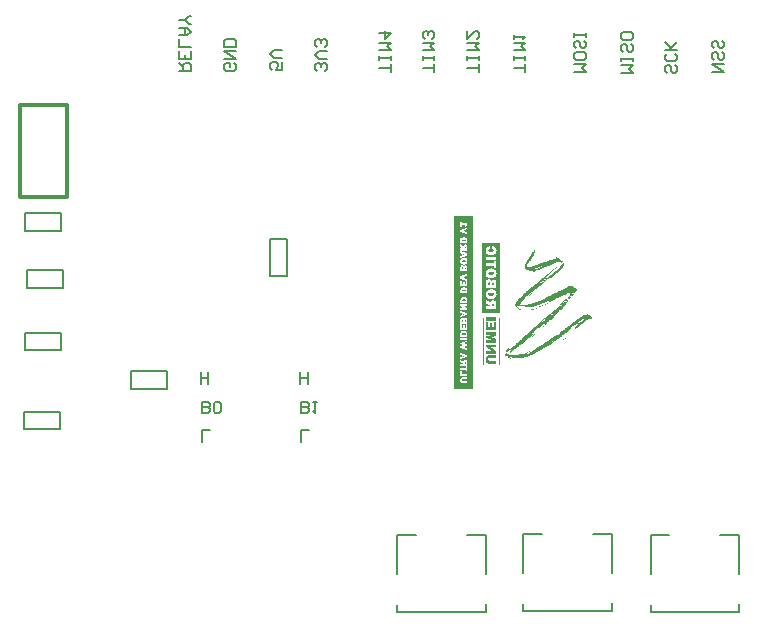
<source format=gbo>
G04*
G04 #@! TF.GenerationSoftware,Altium Limited,Altium Designer,21.2.2 (38)*
G04*
G04 Layer_Color=32896*
%FSTAX24Y24*%
%MOIN*%
G70*
G04*
G04 #@! TF.SameCoordinates,CF9AC677-4E03-495D-8773-30470D0FCF73*
G04*
G04*
G04 #@! TF.FilePolarity,Positive*
G04*
G01*
G75*
%ADD11C,0.0079*%
%ADD13C,0.0039*%
%ADD70C,0.0118*%
G36*
X02783Y021827D02*
X027828Y021807D01*
X027821Y021809D01*
X027826Y021827D01*
X027828Y021829D01*
X02783Y021827D01*
D02*
G37*
G36*
X027997Y022215D02*
X028002Y022197D01*
X027997Y022161D01*
X027988Y022138D01*
X027984Y02212D01*
X027979Y022111D01*
X027966Y022089D01*
X02795Y022046D01*
X027943Y022025D01*
X02793Y022003D01*
X027921Y021994D01*
X027907Y021971D01*
X027898Y021949D01*
X027894Y02194D01*
X02788Y021917D01*
X027876Y021899D01*
X027867Y02189D01*
X027862Y021881D01*
X027858Y021868D01*
X027846Y021847D01*
X027828Y021852D01*
X027815Y021856D01*
X027799Y021845D01*
X027794Y021827D01*
X02779Y021813D01*
X027772Y021795D01*
X027767Y021777D01*
X027761Y021771D01*
X027754Y021768D01*
X027749Y02175D01*
X027745Y021723D01*
X027736Y021714D01*
X027731Y021683D01*
X02774Y02166D01*
X027747Y021649D01*
X027765Y021644D01*
X027788Y021649D01*
X02781Y021658D01*
X027878Y021662D01*
X027918Y02168D01*
X027954Y021689D01*
X028Y021707D01*
X028024Y021714D01*
X028036Y021725D01*
X028054Y02173D01*
X02809Y021734D01*
X028103Y021748D01*
X028135Y021752D01*
X028144Y021757D01*
X028153Y021766D01*
X028171Y021771D01*
X028203Y021775D01*
X02823Y021793D01*
X02827Y021798D01*
X028279Y021807D01*
X028302Y021816D01*
X028351Y02182D01*
X028392Y021838D01*
X028417Y021845D01*
X028428Y021856D01*
X02846Y021861D01*
X028469Y021865D01*
X028478Y021874D01*
X028496Y021879D01*
X028521Y021886D01*
X02855Y021897D01*
X028568Y021901D01*
X028595Y02191D01*
X028609Y021906D01*
X028627Y021924D01*
X028663Y021933D01*
X028683Y021949D01*
X028688Y021962D01*
X028694Y021969D01*
X028753Y021965D01*
X02878Y021946D01*
X028789Y021942D01*
X028803Y021928D01*
X028825Y021915D01*
X028834Y021906D01*
X028857Y021892D01*
X028911Y021838D01*
X028918Y021836D01*
X02892Y021825D01*
X0289Y021804D01*
X028893Y021789D01*
X028886Y021791D01*
X028875Y02182D01*
X028852Y021825D01*
X02883Y021811D01*
X028816Y021807D01*
X028807Y021816D01*
X028789Y02182D01*
X028708Y021816D01*
X028667Y021798D01*
X028658Y021793D01*
X028649Y021784D01*
X028631Y02178D01*
X028622Y021775D01*
X028595Y021757D01*
X028577Y021752D01*
X028554Y021739D01*
X028532Y02173D01*
X028523Y021721D01*
X028487Y021707D01*
X028478Y021698D01*
X02846Y021694D01*
X028437Y021689D01*
X028397Y021671D01*
X028367Y021665D01*
X028356Y021653D01*
X028338Y021649D01*
X028315Y021644D01*
X028306Y021635D01*
X028284Y021626D01*
X028243Y021608D01*
X028218Y021601D01*
X028203Y021586D01*
X028167Y021581D01*
X028157Y021572D01*
X028135Y021563D01*
X028124Y021561D01*
X028121Y021558D01*
X028103Y021554D01*
X02809Y02154D01*
X028045Y021536D01*
X028031Y021522D01*
X028006Y021516D01*
X027968Y0215D01*
X027932Y021504D01*
X027927Y021509D01*
X027914Y021504D01*
X027882Y021509D01*
X02786Y021518D01*
X027815Y021522D01*
X027788Y02154D01*
X027756Y021545D01*
X027742Y021558D01*
X027711Y021577D01*
X027686Y021597D01*
X027673Y02161D01*
X027661Y02164D01*
X027655Y02166D01*
X027668Y021683D01*
X027677Y021705D01*
X027682Y021737D01*
X027686Y02175D01*
X027691Y021768D01*
X0277Y021791D01*
X027713Y021822D01*
X027718Y02184D01*
X027731Y021854D01*
X027738Y021879D01*
X027754Y02189D01*
X027765Y021919D01*
X027776Y021931D01*
X027783Y021946D01*
X027792Y021951D01*
X027799Y021958D01*
X027812Y02198D01*
X027821Y021989D01*
X027826Y021998D01*
X027844Y022025D01*
X027848Y022034D01*
X027862Y022048D01*
X02788Y02208D01*
X027889Y022102D01*
X027894Y022111D01*
X027907Y022134D01*
X027912Y022143D01*
X02793Y022161D01*
X027952Y022201D01*
X027959Y022208D01*
X027986Y022222D01*
X027997Y022215D01*
D02*
G37*
G36*
X028956Y021793D02*
X028963Y021786D01*
X028958Y021705D01*
X028931Y021655D01*
X028913Y021624D01*
X028859Y02157D01*
X028857Y021563D01*
X028848Y021558D01*
X028841Y021552D01*
X028836Y021543D01*
X02883Y021536D01*
X028821Y021531D01*
X028809Y021516D01*
X028796Y021507D01*
X028794Y0215D01*
X028771Y021486D01*
X028762Y021473D01*
X028753Y021468D01*
X028746Y021462D01*
X028742Y021452D01*
X02873Y02145D01*
X028728Y021466D01*
X028751Y02148D01*
X028755Y021489D01*
X028762Y021495D01*
X028771Y0215D01*
X028782Y021516D01*
X028791Y02152D01*
X028796Y021529D01*
X028803Y021536D01*
X028812Y02154D01*
X028818Y021547D01*
X028823Y021556D01*
X028836Y02157D01*
X028845Y021592D01*
X028843Y021599D01*
X02883Y021595D01*
X028809Y021579D01*
X028807Y021572D01*
X028787Y021561D01*
X028782Y021552D01*
X028776Y021545D01*
X028755Y021534D01*
X028753Y021527D01*
X028746Y021525D01*
X028733Y021502D01*
X028719Y021493D01*
X028699Y02145D01*
X02869Y021446D01*
X028642Y021398D01*
X028629Y021376D01*
X028532Y021279D01*
X028518Y021274D01*
X028509Y021297D01*
X028491Y021306D01*
X028451Y021274D01*
X028437Y021261D01*
X028415Y021247D01*
X028406Y021238D01*
X028399Y021236D01*
X028394Y021227D01*
X028388Y02122D01*
X028365Y021207D01*
X028266Y021107D01*
X028257Y021103D01*
X028221Y021067D01*
X028198Y021053D01*
X028189Y021044D01*
X028167Y021031D01*
X028157Y021022D01*
X028148Y021017D01*
X028137Y021006D01*
X028135Y020999D01*
X028112Y020986D01*
X028103Y020977D01*
X028094Y020972D01*
X02809Y020963D01*
X028081Y020959D01*
X028058Y020945D01*
X028049Y020931D01*
X028027Y020922D01*
X028013Y020909D01*
X028004Y020904D01*
X028002Y020893D01*
X028006Y02088D01*
X028Y020877D01*
X027991Y020891D01*
X027973Y020886D01*
X027964Y020868D01*
X027945Y020864D01*
X027932Y02085D01*
X027923Y020846D01*
X027914Y020832D01*
X027885Y020816D01*
X02788Y020807D01*
X027864Y020796D01*
X027851Y020783D01*
X027837Y020778D01*
X027824Y020765D01*
X027817Y020762D01*
X027812Y020753D01*
X027801Y020742D01*
X027792Y020737D01*
X027781Y020722D01*
X027765Y020715D01*
X027747Y020697D01*
X027745Y020695D01*
X027724Y020674D01*
X027715Y02067D01*
X027679Y020634D01*
X02767Y020629D01*
X027664Y020622D01*
X027659Y020613D01*
X027634Y020598D01*
X027591Y020555D01*
X027582Y020532D01*
X027578Y02051D01*
X027571Y020503D01*
X027562Y020498D01*
X027551Y020487D01*
X027548Y02048D01*
X027526Y020467D01*
X027494Y020435D01*
X027488Y020433D01*
X027483Y020424D01*
X027474Y020401D01*
X027479Y020392D01*
X027485Y020386D01*
X027517Y020377D01*
X027539Y020368D01*
X027598Y020372D01*
X02763Y020377D01*
X027652Y020386D01*
X027722Y020392D01*
X027745Y020401D01*
X02777Y020408D01*
X02781Y020413D01*
X027851Y020431D01*
X027887Y02044D01*
X027909Y020449D01*
X027941Y020453D01*
X027959Y020458D01*
X027968Y020467D01*
X028004Y020476D01*
X028031Y02048D01*
X028063Y020494D01*
X028081Y020498D01*
X028103Y020512D01*
X028117Y020516D01*
X028144Y020521D01*
X028157Y020534D01*
X028191Y020541D01*
X028207Y020553D01*
X02823Y020562D01*
X028252Y020566D01*
X028261Y020575D01*
X028291Y020586D01*
X02832Y020602D01*
X02846Y02067D01*
X028469Y020674D01*
X028478Y020683D01*
X028507Y020695D01*
X028536Y02071D01*
X028676Y020778D01*
X028685Y020783D01*
X028694Y020792D01*
X028724Y020803D01*
X028753Y020819D01*
X028769Y020825D01*
X028773Y020834D01*
X02878Y020841D01*
X028803Y020846D01*
X028816Y020859D01*
X028834Y020864D01*
X028857Y020877D01*
X028879Y020886D01*
X028895Y020893D01*
X028897Y0209D01*
X028933Y020913D01*
X028942Y020922D01*
X02896Y020927D01*
X028983Y02094D01*
X029006Y020949D01*
X029028Y020963D01*
X029051Y020972D01*
X029073Y020986D01*
X029096Y020995D01*
X029112Y021001D01*
X029114Y021008D01*
X029157Y021024D01*
X029177Y021031D01*
X029186Y021026D01*
X0292Y021031D01*
X029218Y021035D01*
X029236Y021031D01*
X029249Y021017D01*
X029274Y02101D01*
X029285Y020999D01*
X029308Y020986D01*
X029344Y020949D01*
X029353Y020945D01*
X029366Y020931D01*
X029389Y020918D01*
X029391Y020907D01*
X029387Y020893D01*
X029364Y020853D01*
X029344Y020823D01*
X029335Y020819D01*
X029321Y020796D01*
X029312Y020792D01*
X029306Y020776D01*
X029292Y020762D01*
X029283Y02074D01*
X029274Y020735D01*
X029269Y020726D01*
X029249Y020701D01*
X029238Y020686D01*
X029218Y020656D01*
X029209Y020652D01*
X029202Y020645D01*
X029197Y020636D01*
X029139Y020577D01*
X029134Y020568D01*
X029125Y020559D01*
X029121Y02055D01*
X029109Y020539D01*
X029103Y020537D01*
X029098Y020528D01*
X029076Y020496D01*
X029071Y020487D01*
X029051Y020462D01*
X029035Y020437D01*
X029017Y020406D01*
X029008Y020397D01*
X028994Y020374D01*
X028985Y020365D01*
X028979Y02035D01*
X02897Y020345D01*
X028963Y020338D01*
X028949Y020316D01*
X02894Y020307D01*
X028936Y020298D01*
X028873Y020234D01*
X02887Y020228D01*
X028859Y020225D01*
X028843Y020228D01*
X028834Y020219D01*
X028814Y020207D01*
X028809Y020198D01*
X028746Y020135D01*
X028735Y020115D01*
X028726Y02011D01*
X028719Y020104D01*
X028715Y020095D01*
X028699Y020083D01*
X028676Y020047D01*
X028667Y020043D01*
X028661Y020036D01*
X028649Y020016D01*
X028642Y020013D01*
X028629Y019991D01*
X028597Y019959D01*
X028584Y019937D01*
X028552Y019905D01*
X028548Y019896D01*
X028534Y019887D01*
X02853Y019878D01*
X028523Y019871D01*
X028514Y019876D01*
X028512Y019887D01*
X028521Y01991D01*
X028514Y019912D01*
X028485Y019892D01*
X02848Y019883D01*
X028462Y019865D01*
X028457Y019851D01*
X028433Y019826D01*
X028426Y019824D01*
X028421Y019815D01*
X02841Y019804D01*
X028403Y019801D01*
X028399Y019792D01*
X02837Y019763D01*
X028363Y019761D01*
X028358Y019752D01*
X028329Y019722D01*
X02832Y019718D01*
X028313Y019711D01*
X028309Y019702D01*
X028293Y019691D01*
X028284Y019677D01*
X028261Y019664D01*
X028248Y019659D01*
X028245Y019662D01*
X028264Y01968D01*
X028268Y019689D01*
X028279Y0197D01*
X028286Y019702D01*
X028291Y019711D01*
X028297Y019718D01*
X028306Y019722D01*
X028313Y019729D01*
X028327Y019752D01*
X028338Y019763D01*
X028345Y019765D01*
X028349Y019779D01*
X028342Y019786D01*
X02832Y019781D01*
X028309Y019765D01*
X028288Y019745D01*
X028279Y019741D01*
X028261Y019722D01*
X028252Y019718D01*
X028241Y019702D01*
X028227Y019693D01*
X028223Y019684D01*
X028216Y019677D01*
X028207Y019673D01*
X028198Y019659D01*
X028178Y019648D01*
X028176Y019641D01*
X02816Y019634D01*
X028155Y019625D01*
X028148Y019619D01*
X028146Y019634D01*
X028155Y019644D01*
X028148Y01965D01*
X028117Y019632D01*
X028108Y019619D01*
X028079Y019603D01*
X028074Y019594D01*
X028054Y019574D01*
X028045Y019569D01*
X028027Y019551D01*
X028004Y019538D01*
X027973Y019506D01*
X02795Y019492D01*
X027923Y019465D01*
X027914Y019461D01*
X027896Y019443D01*
X027887Y019438D01*
X02788Y019431D01*
X027876Y019422D01*
X027851Y019407D01*
X027839Y019395D01*
X027835Y019377D01*
X02783Y019364D01*
X027833Y019362D01*
X027873Y019384D01*
X027882Y019393D01*
X027891Y019398D01*
X027905Y019411D01*
X027925Y019413D01*
X027914Y019393D01*
X027905Y019389D01*
X027864Y019348D01*
X027855Y019344D01*
X027842Y01933D01*
X027835Y019328D01*
X02783Y019319D01*
X027824Y019312D01*
X027801Y019298D01*
X027774Y019271D01*
X027765Y019267D01*
X027754Y01926D01*
X027749Y019251D01*
X027724Y019235D01*
X027693Y019204D01*
X02767Y01919D01*
X027643Y019163D01*
X027634Y019159D01*
X027616Y019141D01*
X027594Y019127D01*
X027562Y019095D01*
X027539Y019082D01*
X02753Y019073D01*
X027521Y019068D01*
X027503Y01905D01*
X027481Y019037D01*
X027454Y01901D01*
X027431Y018996D01*
X027422Y018987D01*
X027413Y018983D01*
X027395Y018965D01*
X027373Y018951D01*
X027341Y018933D01*
X027336Y018924D01*
X027314Y01891D01*
X027276Y01889D01*
X027271Y018881D01*
X027246Y018865D01*
X027237Y018856D01*
X027224Y018852D01*
X027206Y018834D01*
X027197Y018829D01*
X027167Y0188D01*
X027163Y018791D01*
X027149Y018777D01*
X02714Y018755D01*
X027145Y018737D01*
X027156Y018726D01*
X027188Y018716D01*
X027219Y018703D01*
X027323Y018707D01*
X027336Y018712D01*
X027406Y018719D01*
X027429Y018723D01*
X027465Y018728D01*
X027476Y018739D01*
X02753Y018748D01*
X027553Y018757D01*
X027587Y018759D01*
X027598Y018748D01*
X027616Y018744D01*
X027623Y01875D01*
X027627Y018759D01*
X027634Y018766D01*
X02767Y018771D01*
X027679Y01878D01*
X027697Y018784D01*
X02772Y018798D01*
X027742Y018807D01*
X027765Y01882D01*
X027774Y018829D01*
X027799Y018836D01*
X027806Y018843D01*
X027828Y018852D01*
X027846Y018856D01*
X027855Y01887D01*
X027876Y018868D01*
X027864Y018856D01*
X027842Y018843D01*
X027833Y018834D01*
X027815Y018829D01*
X027801Y018816D01*
X02777Y018811D01*
X027761Y018807D01*
X027742Y01878D01*
X02774Y018773D01*
X027747Y018766D01*
X027765Y018762D01*
X027792Y018766D01*
X027801Y018775D01*
X027833Y018793D01*
X027842Y018802D01*
X02786Y018807D01*
X027878Y018825D01*
X027896Y018829D01*
X027914Y018847D01*
X027936Y018861D01*
X027945Y01887D01*
X027964Y018874D01*
X02797Y018881D01*
X027975Y01889D01*
X027982Y018897D01*
X028Y018901D01*
X028002Y018913D01*
X027995Y018919D01*
X027982Y018924D01*
X027979Y018926D01*
X027986Y018933D01*
X028018Y018929D01*
X028022Y018947D01*
X028031Y018956D01*
X028054Y018965D01*
X028058Y018974D01*
X028081Y018983D01*
X02809Y018987D01*
X028099Y018996D01*
X028121Y019005D01*
X028135Y019019D01*
X028153Y019023D01*
X028162Y019028D01*
X028189Y019046D01*
X028198Y01905D01*
X028212Y019064D01*
X028239Y019068D01*
X028257Y019086D01*
X028315Y019118D01*
X02832Y019127D01*
X028342Y019141D01*
X028351Y01915D01*
X028376Y019156D01*
X028388Y019172D01*
X02841Y019186D01*
X028419Y019195D01*
X028442Y019199D01*
X028453Y019215D01*
X028471Y019219D01*
X028487Y019231D01*
X028496Y01924D01*
X028505Y019244D01*
X028518Y019258D01*
X028548Y019269D01*
X028564Y019285D01*
X028577Y019289D01*
X028609Y019312D01*
X028618Y019316D01*
X028624Y019323D01*
X028627Y01933D01*
X028649Y019339D01*
X028679Y019355D01*
X028683Y019364D01*
X028715Y019377D01*
X028719Y019386D01*
X028726Y019393D01*
X028753Y019398D01*
X028789Y019434D01*
X028818Y019441D01*
X028823Y019454D01*
X028825Y01947D01*
X028852Y019474D01*
X028861Y019488D01*
X02887Y019492D01*
X028882Y019504D01*
X028884Y01951D01*
X028893Y019515D01*
X02892Y019542D01*
X028942Y019556D01*
X028951Y019565D01*
X028992Y019587D01*
X029003Y019594D01*
X029006Y019601D01*
X029015Y019605D01*
X02903Y019616D01*
X029033Y019623D01*
X029055Y019637D01*
X029064Y019646D01*
X029087Y019659D01*
X029096Y019668D01*
X029114Y019673D01*
X029132Y019691D01*
X029154Y019704D01*
X029163Y019713D01*
X029173Y019718D01*
X029191Y019736D01*
X029213Y01975D01*
X029222Y019759D01*
X029245Y019772D01*
X029272Y019799D01*
X029281Y019804D01*
X029299Y019822D01*
X029321Y019835D01*
X02933Y019844D01*
X029353Y019858D01*
X029362Y019867D01*
X029371Y019871D01*
X029389Y019889D01*
X029412Y019903D01*
X029421Y019912D01*
X029436Y019919D01*
X029439Y019925D01*
X029448Y01993D01*
X029463Y019941D01*
X029466Y019948D01*
X029488Y019962D01*
X029497Y019971D01*
X02952Y019984D01*
X029529Y019993D01*
X029547Y019998D01*
X029565Y020016D01*
X02959Y020022D01*
X029594Y020031D01*
X029601Y020038D01*
X029637Y020047D01*
X029669Y020061D01*
X029714Y020065D01*
X029723Y02007D01*
X029736Y020065D01*
X02975Y02007D01*
X029763Y020065D01*
X029795Y020061D01*
X029809Y020056D01*
X029822Y020043D01*
X029845Y020029D01*
X029854Y02002D01*
X029867Y020016D01*
X029883Y019991D01*
X029892Y019982D01*
X029906Y019959D01*
X029915Y01995D01*
X02991Y019928D01*
X029903Y019921D01*
X029885Y019916D01*
X029824Y019914D01*
X029813Y019934D01*
X029791Y01993D01*
X029782Y019916D01*
X029732Y019889D01*
X029718Y019876D01*
X029709Y019871D01*
X029691Y019853D01*
X029669Y01984D01*
X02966Y019831D01*
X029651Y019826D01*
X029637Y019813D01*
X029615Y019799D01*
X029606Y019786D01*
X029597Y019781D01*
X029579Y019763D01*
X029569Y019759D01*
X029556Y019745D01*
X029547Y019741D01*
X029538Y019727D01*
X029515Y019713D01*
X029506Y019704D01*
X029497Y0197D01*
X029486Y019693D01*
X029482Y019684D01*
X029457Y019659D01*
X029434Y019646D01*
X029425Y019637D01*
X029403Y019623D01*
X029371Y019605D01*
X029362Y019596D01*
X029344Y019601D01*
X029342Y019607D01*
X029346Y019621D01*
X029333Y019634D01*
X029337Y019657D01*
X029371Y019691D01*
X029394Y019704D01*
X029403Y019713D01*
X029412Y019718D01*
X029452Y019759D01*
X029475Y019772D01*
X029484Y019781D01*
X029506Y019795D01*
X029511Y019804D01*
X02952Y019808D01*
X029538Y019826D01*
X029547Y019831D01*
X029554Y019837D01*
X029556Y019844D01*
X029565Y019849D01*
X029583Y019867D01*
X029592Y019871D01*
X029603Y019878D01*
X029606Y019885D01*
X029615Y019889D01*
X029635Y01991D01*
X029639Y019928D01*
X029628Y019939D01*
X029592Y019934D01*
X029579Y019921D01*
X029556Y019912D01*
X02952Y019876D01*
X029497Y019862D01*
X029443Y019808D01*
X029421Y019795D01*
X029389Y019763D01*
X02938Y019759D01*
X029344Y019722D01*
X029319Y019716D01*
X029312Y019704D01*
X029283Y019698D01*
X029267Y019682D01*
X029238Y019675D01*
X029222Y019659D01*
X029209Y019655D01*
X029202Y019648D01*
X029206Y019625D01*
X02922Y019616D01*
X029206Y019603D01*
X029204Y019596D01*
X029182Y019583D01*
X029177Y019574D01*
X029154Y01956D01*
X029145Y019551D01*
X029136Y019547D01*
X029127Y019533D01*
X029105Y019519D01*
X029073Y019488D01*
X029053Y019477D01*
X029048Y019468D01*
X029042Y019461D01*
X02901Y019443D01*
X028985Y019422D01*
X02897Y019411D01*
X028956Y019398D01*
X028933Y019384D01*
X028924Y019375D01*
X028911Y019371D01*
X028897Y019357D01*
X028888Y019353D01*
X02887Y019334D01*
X028848Y019321D01*
X028839Y019312D01*
X028816Y019298D01*
X028807Y019289D01*
X028798Y019285D01*
X02878Y019267D01*
X028757Y019253D01*
X028748Y019244D01*
X028733Y019238D01*
X02873Y019231D01*
X028721Y019226D01*
X028706Y019215D01*
X028703Y019208D01*
X028681Y019195D01*
X028672Y019186D01*
X028649Y019172D01*
X02864Y019163D01*
X028609Y019145D01*
X028577Y019122D01*
X028552Y019102D01*
X028545Y019095D01*
X028527Y019091D01*
X028487Y019059D01*
X028478Y01905D01*
X028455Y019046D01*
X028442Y019032D01*
X028419Y019023D01*
X028406Y01901D01*
X028388Y019005D01*
X028381Y018998D01*
X028376Y018989D01*
X028347Y018978D01*
X028338Y018969D01*
X028315Y01896D01*
X028302Y018947D01*
X028279Y018938D01*
X028266Y018924D01*
X028248Y018919D01*
X028239Y018915D01*
X028225Y018901D01*
X028203Y018897D01*
X028176Y018879D01*
X028153Y018865D01*
X028144Y018856D01*
X028121Y018852D01*
X028108Y018838D01*
X028083Y018832D01*
X028067Y01882D01*
X028045Y018811D01*
X028038Y018809D01*
X028033Y0188D01*
X028027Y018793D01*
X028009Y018789D01*
X028Y018784D01*
X027986Y018771D01*
X027959Y018766D01*
X027941Y018748D01*
X027918Y018744D01*
X027909Y018735D01*
X027887Y018726D01*
X027873Y018721D01*
X02786Y018707D01*
X027828Y018703D01*
X027788Y018685D01*
X02777Y01868D01*
X027738Y018667D01*
X027702Y018658D01*
X02767Y018644D01*
X027652Y01864D01*
X027589Y018635D01*
X027567Y018626D01*
X02753Y018622D01*
X027517Y018617D01*
X027377Y018613D01*
X027345Y018617D01*
X027291Y018622D01*
X02726Y018635D01*
X027242Y01864D01*
X027183Y018644D01*
X027179Y018649D01*
X027172Y018642D01*
X027185Y018619D01*
X027203Y018601D01*
X027183Y018595D01*
X027161Y018608D01*
X027152Y018617D01*
X027129Y018622D01*
X027115Y018635D01*
X027106Y01864D01*
X027093Y018667D01*
X027084Y018676D01*
X027052Y01868D01*
X027043Y018685D01*
X027005Y018723D01*
X027009Y018741D01*
X027018Y01875D01*
X027032Y018773D01*
X027043Y018784D01*
X027057Y01878D01*
X027064Y018773D01*
X027066Y018766D01*
X027088Y018757D01*
X027111Y018762D01*
X027131Y018782D01*
X027136Y018791D01*
X027163Y018818D01*
X027176Y018841D01*
X027203Y018868D01*
X027212Y01889D01*
X027226Y018922D01*
X027224Y018929D01*
X02721Y018924D01*
X027185Y018904D01*
X027167Y01889D01*
X027165Y018883D01*
X027142Y01887D01*
X027129Y018856D01*
X027106Y018843D01*
X027097Y018834D01*
X027057Y018816D01*
X02703Y01882D01*
X027023Y018827D01*
X027039Y01887D01*
X02705Y018886D01*
X027059Y018895D01*
X02707Y018915D01*
X027093Y018929D01*
X027106Y018942D01*
X027115Y018947D01*
X027129Y01896D01*
X027145Y018958D01*
X02714Y018949D01*
X027111Y018919D01*
X027102Y018915D01*
X027084Y018897D01*
X027075Y018892D01*
X027068Y018872D01*
X027073Y018863D01*
X027088Y018861D01*
X027109Y018877D01*
X027113Y018886D01*
X027129Y018892D01*
X027147Y01891D01*
X027156Y018915D01*
X027174Y018933D01*
X027197Y018947D01*
X027206Y018956D01*
X027212Y018958D01*
X027217Y018967D01*
X027228Y018978D01*
X027242Y018983D01*
X027278Y019019D01*
X027287Y019023D01*
X027327Y019064D01*
X02735Y019077D01*
X027382Y019109D01*
X027404Y019122D01*
X027431Y01915D01*
X02744Y019154D01*
X027503Y019217D01*
X027526Y019231D01*
X027553Y019258D01*
X027576Y019271D01*
X027652Y019348D01*
X027661Y019353D01*
X027679Y019371D01*
X027695Y019377D01*
X027697Y019384D01*
X027706Y019389D01*
X027752Y019434D01*
X027761Y019438D01*
X027772Y019445D01*
X027776Y019454D01*
X027815Y019492D01*
X027824Y019497D01*
X027839Y019508D01*
X027844Y019517D01*
X027851Y019524D01*
X02786Y019528D01*
X027869Y019542D01*
X027878Y019547D01*
X027885Y019553D01*
X027887Y01956D01*
X027909Y019574D01*
X027918Y019583D01*
X027927Y019587D01*
X027939Y019603D01*
X027952Y019612D01*
X027957Y019621D01*
X027982Y019637D01*
X028013Y019668D01*
X028033Y01968D01*
X028038Y019689D01*
X028045Y019695D01*
X028054Y0197D01*
X028065Y019716D01*
X028085Y019736D01*
X028094Y019741D01*
X028117Y019763D01*
X028126Y019768D01*
X028162Y019804D01*
X028169Y019806D01*
X028173Y019815D01*
X02818Y019822D01*
X028203Y019835D01*
X028212Y019849D01*
X028221Y019853D01*
X028227Y01986D01*
X028232Y019869D01*
X028245Y019878D01*
X02825Y019887D01*
X028273Y019901D01*
X028277Y01991D01*
X028293Y019921D01*
X0283Y019928D01*
X028302Y019934D01*
X028311Y019939D01*
X028324Y019953D01*
X028333Y019957D01*
X028358Y019977D01*
X028397Y020016D01*
X028419Y020029D01*
X028473Y020083D01*
X028505Y020101D01*
X028527Y02011D01*
X028536Y020115D01*
X028559Y020128D01*
X028568Y020133D01*
X028582Y020147D01*
X028591Y020151D01*
X028602Y020162D01*
X028604Y020169D01*
X028613Y020174D01*
X028636Y020196D01*
X028642Y020198D01*
X028647Y020207D01*
X028658Y020219D01*
X028667Y020223D01*
X028832Y020388D01*
X028845Y02041D01*
X028866Y020435D01*
X0289Y020469D01*
X028904Y020478D01*
X028913Y020487D01*
X028918Y020496D01*
X028929Y020507D01*
X028936Y02051D01*
X02894Y020519D01*
X028951Y02053D01*
X02896Y020534D01*
X028976Y020559D01*
X029003Y020586D01*
X029008Y020595D01*
X029019Y020607D01*
X029028Y020611D01*
X029037Y02062D01*
X029039Y020609D01*
X02903Y0206D01*
X029017Y020577D01*
X029008Y020568D01*
X029003Y020559D01*
X028967Y020523D01*
X028956Y020503D01*
X028947Y020498D01*
X02894Y020492D01*
X028936Y020483D01*
X028909Y020456D01*
X028904Y020447D01*
X028893Y020435D01*
X028884Y020431D01*
X028877Y020424D01*
X028873Y020415D01*
X028841Y020374D01*
X028832Y02037D01*
X028827Y020361D01*
X028791Y020325D01*
X028787Y020316D01*
X028663Y020192D01*
X028654Y020187D01*
X028559Y020092D01*
X02855Y020088D01*
X028539Y020072D01*
X028525Y020063D01*
X028521Y020054D01*
X028491Y020025D01*
X028482Y02002D01*
X028473Y020002D01*
X028464Y019998D01*
X028457Y019991D01*
X02846Y019984D01*
X028478Y019989D01*
X028509Y020007D01*
X028518Y02002D01*
X028527Y020025D01*
X028545Y020043D01*
X028554Y020047D01*
X028564Y020061D01*
X028577Y020065D01*
X028658Y020147D01*
X028667Y020151D01*
X028681Y020165D01*
X02869Y020169D01*
X028701Y020185D01*
X028715Y020194D01*
X028719Y020203D01*
X028746Y020221D01*
X028773Y020248D01*
X028778Y020257D01*
X028789Y020273D01*
X028798Y020277D01*
X028805Y020284D01*
X028809Y020293D01*
X028823Y020302D01*
X028827Y020311D01*
X028834Y020318D01*
X028843Y020322D01*
X028854Y020338D01*
X028863Y020347D01*
X028868Y020356D01*
X0289Y020388D01*
X028911Y020408D01*
X02892Y020413D01*
X028927Y020419D01*
X028931Y020428D01*
X028938Y020435D01*
X028945Y020437D01*
X028949Y020447D01*
X02896Y020458D01*
X028974Y020462D01*
X028979Y020444D01*
X028988Y020449D01*
X029008Y02046D01*
X029012Y020469D01*
X029039Y020492D01*
X029076Y020528D01*
X02908Y020537D01*
X029103Y020559D01*
X029107Y020568D01*
X029139Y0206D01*
X029143Y020609D01*
X02917Y020636D01*
X029175Y020645D01*
X029191Y020656D01*
X029218Y020692D01*
X029224Y020695D01*
X029229Y020704D01*
X02924Y020715D01*
X029247Y020717D01*
X02926Y02074D01*
X029274Y020753D01*
X029279Y020762D01*
X029285Y020769D01*
X029292Y020771D01*
X029301Y020794D01*
X029297Y020816D01*
X029294Y020819D01*
X029272Y020805D01*
X029263Y020787D01*
X029254Y020783D01*
X029242Y020771D01*
X029238Y020762D01*
X029197Y020722D01*
X029193Y020713D01*
X029166Y020686D01*
X029161Y020677D01*
X029152Y020668D01*
X029148Y020659D01*
X029116Y020627D01*
X029112Y020618D01*
X029094Y0206D01*
X029089Y020591D01*
X029073Y02058D01*
X029062Y020564D01*
X029053Y020555D01*
X029046Y020539D01*
X029037Y020534D01*
X029024Y020521D01*
X029017Y020523D01*
X029021Y020532D01*
X02903Y020541D01*
X029042Y020562D01*
X029051Y020566D01*
X02906Y020584D01*
X029069Y020589D01*
X029087Y020616D01*
X029098Y020627D01*
X029103Y020636D01*
X029121Y020654D01*
X029134Y020677D01*
X029143Y020686D01*
X029148Y020695D01*
X029166Y020713D01*
X029175Y02074D01*
X029166Y020758D01*
X029179Y020789D01*
X029175Y020798D01*
X029168Y020805D01*
X029136Y020801D01*
X029118Y020783D01*
X029087Y020769D01*
X029028Y020742D01*
X028992Y020733D01*
X02896Y020719D01*
X02883Y020656D01*
X028807Y020643D01*
X028798Y020634D01*
X028771Y020629D01*
X028753Y020611D01*
X028717Y020607D01*
X028676Y020589D01*
X028654Y020575D01*
X028631Y020566D01*
X028609Y020553D01*
X028577Y02053D01*
X028545Y020512D01*
X028536Y020503D01*
X028514Y020498D01*
X028482Y020476D01*
X028473Y020471D01*
X028464Y020462D01*
X028435Y020451D01*
X028428Y020444D01*
X028397Y020426D01*
X028347Y020399D01*
X028333Y020395D01*
X02832Y020399D01*
X028318Y020406D01*
X028324Y020413D01*
X028333Y020417D01*
X028342Y020426D01*
X028361Y020431D01*
X028383Y020444D01*
X028424Y020467D01*
X028451Y020485D01*
X02846Y020489D01*
X028467Y020496D01*
X028462Y020519D01*
X028451Y020521D01*
X028428Y020507D01*
X02841Y020503D01*
X028397Y020498D01*
X028388Y020489D01*
X028365Y02048D01*
X028338Y020476D01*
X028329Y020467D01*
X028297Y020458D01*
X028275Y020449D01*
X028245Y020437D01*
X028223Y020433D01*
X028207Y020422D01*
X028194Y020417D01*
X028176Y020413D01*
X028162Y020408D01*
X028153Y020399D01*
X028135Y020395D01*
X028112Y02039D01*
X028072Y020372D01*
X028042Y020365D01*
X02802Y020356D01*
X027995Y02035D01*
X027954Y020345D01*
X027923Y020331D01*
X02786Y020322D01*
X027837Y020318D01*
X027824Y020313D01*
X027752Y020309D01*
X02772Y020313D01*
X027711Y020322D01*
X027679Y020336D01*
X027643Y02034D01*
X02763Y020345D01*
X027562Y02035D01*
X027548Y020345D01*
X027535Y02035D01*
X027485Y020354D01*
X027454Y020368D01*
X027409Y020363D01*
X027406Y020347D01*
X02742Y020334D01*
X027433Y020311D01*
X027447Y020298D01*
X027452Y020289D01*
X027458Y020282D01*
X027481Y020273D01*
X027494Y020259D01*
X027515Y020248D01*
X027519Y020239D01*
X027524Y020225D01*
X027512Y020223D01*
X027481Y020246D01*
X027472Y02025D01*
X027458Y020264D01*
X027449Y020268D01*
X027436Y020282D01*
X027413Y020295D01*
X027409Y020304D01*
X0274Y020309D01*
X027393Y020316D01*
X027388Y020325D01*
X027382Y020331D01*
X027373Y020336D01*
X027357Y020361D01*
X027339Y020379D01*
X027321Y020424D01*
X027327Y020431D01*
X027345Y020426D01*
X027359Y020422D01*
X027366Y020442D01*
X027377Y020471D01*
X027384Y020478D01*
X027395Y020507D01*
X02742Y020546D01*
X027429Y020555D01*
X027447Y020586D01*
X027467Y020611D01*
X027479Y020622D01*
X027483Y020631D01*
X027585Y020733D01*
X027594Y020737D01*
X02763Y020774D01*
X027652Y020787D01*
X027684Y020819D01*
X027706Y020832D01*
X027715Y020841D01*
X027724Y020846D01*
X027742Y020864D01*
X027765Y020877D01*
X027792Y020904D01*
X027815Y020918D01*
X027824Y020927D01*
X027833Y020931D01*
X027873Y020972D01*
X027896Y020986D01*
X027905Y020995D01*
X027921Y021001D01*
X027923Y021008D01*
X027932Y021013D01*
X027948Y021024D01*
X027952Y021033D01*
X027959Y02104D01*
X027968Y021044D01*
X027973Y021053D01*
X027995Y021067D01*
X028004Y021076D01*
X028027Y021089D01*
X028058Y021121D01*
X028079Y021132D01*
X028083Y021141D01*
X028103Y021162D01*
X028126Y021175D01*
X028157Y021207D01*
X02818Y02122D01*
X028212Y021252D01*
X028221Y021256D01*
X028239Y021274D01*
X028261Y021288D01*
X028288Y021315D01*
X028311Y021328D01*
X02832Y021337D01*
X028329Y021342D01*
X028347Y02136D01*
X02837Y021374D01*
X028379Y021383D01*
X028401Y021396D01*
X02841Y021405D01*
X028419Y02141D01*
X028455Y021446D01*
X028478Y021459D01*
X028487Y021468D01*
X028503Y021475D01*
X028505Y021482D01*
X028514Y021486D01*
X028539Y021507D01*
X028568Y021536D01*
X028577Y02154D01*
X028613Y021577D01*
X028636Y02159D01*
X02869Y021644D01*
X028699Y021649D01*
X02871Y02166D01*
X028712Y021667D01*
X028721Y021671D01*
X028728Y021678D01*
X028733Y021687D01*
X028769Y021723D01*
X028773Y021732D01*
X028791Y021741D01*
X028796Y02175D01*
X028803Y021757D01*
X028809Y021755D01*
X028805Y021746D01*
X028791Y021732D01*
X028778Y02171D01*
X028746Y021678D01*
X028744Y021671D01*
X028735Y021667D01*
X028728Y02166D01*
X028724Y021651D01*
X028701Y021633D01*
X028697Y021624D01*
X028658Y021586D01*
X028649Y021581D01*
X028496Y021428D01*
X028489Y021425D01*
X028476Y021403D01*
X028464Y021392D01*
X028455Y021387D01*
X028439Y021371D01*
X028435Y021362D01*
X028379Y021306D01*
X02837Y021301D01*
X028329Y021261D01*
X02832Y021256D01*
X028313Y021249D01*
X028311Y021243D01*
X028302Y021238D01*
X028245Y021195D01*
X028225Y021175D01*
X028216Y021171D01*
X028198Y021153D01*
X028176Y021139D01*
X028167Y02113D01*
X02816Y021128D01*
X028155Y021119D01*
X028142Y021096D01*
X028144Y021085D01*
X028155Y021083D01*
X028185Y021098D01*
X028194Y021103D01*
X028212Y021121D01*
X02823Y021125D01*
X028248Y021143D01*
X02827Y021157D01*
X028282Y021168D01*
X028286Y021177D01*
X028302Y021189D01*
X028311Y021202D01*
X028331Y021213D01*
X028333Y02122D01*
X028342Y021225D01*
X028351Y021234D01*
X028358Y021236D01*
X028363Y021245D01*
X02837Y021252D01*
X028379Y021256D01*
X02839Y021272D01*
X028415Y021288D01*
X028435Y021299D01*
X028439Y021308D01*
X028446Y021315D01*
X028455Y021319D01*
X028464Y021333D01*
X028473Y021337D01*
X028489Y021349D01*
X028494Y021358D01*
X0285Y021365D01*
X028509Y021369D01*
X028514Y021378D01*
X028536Y021392D01*
X028545Y021401D01*
X028568Y021414D01*
X0286Y021446D01*
X028615Y021452D01*
X02862Y021462D01*
X028627Y021468D01*
X028649Y021482D01*
X028658Y021491D01*
X028665Y021493D01*
X02867Y021502D01*
X028676Y021509D01*
X028699Y021522D01*
X028708Y021531D01*
X028717Y021536D01*
X028757Y021577D01*
X028767Y021581D01*
X028778Y021592D01*
X02878Y021599D01*
X028803Y021613D01*
X028814Y021624D01*
X028827Y021646D01*
X028841Y02166D01*
X028845Y021669D01*
X028882Y021705D01*
X028897Y021734D01*
X028906Y021739D01*
X028918Y02175D01*
X028938Y021798D01*
X028956Y021793D01*
D02*
G37*
G36*
X027961Y020834D02*
X027959Y020832D01*
X027957Y020834D01*
X027959Y020841D01*
X027961Y020834D01*
D02*
G37*
G36*
X027939Y020816D02*
X027934Y020812D01*
X027932Y02081D01*
X02793Y020816D01*
X027936Y020819D01*
X027939Y020816D01*
D02*
G37*
G36*
X027916Y020794D02*
X027912Y020785D01*
X027896Y020774D01*
X027891Y020765D01*
X027882Y02076D01*
X027871Y020749D01*
X027867Y02074D01*
X027844Y020726D01*
X027839Y020717D01*
X027824Y020706D01*
X027812Y02069D01*
X027797Y020683D01*
X027788Y020674D01*
X027785Y020681D01*
X027794Y02069D01*
X027806Y02071D01*
X027815Y020715D01*
X027821Y020722D01*
Y020726D01*
X027824Y020728D01*
X027833Y020737D01*
X027839Y02074D01*
X027844Y020749D01*
X027851Y020756D01*
X027873Y020769D01*
X027878Y020778D01*
X027887Y020783D01*
X0279Y020796D01*
X027916Y020794D01*
D02*
G37*
G36*
X029062Y02064D02*
X02906Y020638D01*
X029057Y02064D01*
X02906Y020643D01*
X029062Y02064D01*
D02*
G37*
G36*
X028999Y020487D02*
X028979Y020467D01*
X028976Y020474D01*
X028988Y020489D01*
X02899Y020492D01*
X028997Y020498D01*
X028999Y020487D01*
D02*
G37*
G36*
X028275Y020381D02*
X028277Y020379D01*
X028266Y020368D01*
X028261D01*
X028221Y02035D01*
X028196Y020343D01*
X028185Y020331D01*
X028148Y020318D01*
X028139Y020309D01*
X028121Y020304D01*
X02811Y020311D01*
X028115Y02032D01*
X028142Y020329D01*
X028146Y020338D01*
X028153Y020345D01*
X02818Y02035D01*
X028198Y020368D01*
X02823Y020372D01*
X028252Y020386D01*
X028275Y020381D01*
D02*
G37*
G36*
X028097Y020302D02*
X028092Y020289D01*
X028085Y020282D01*
X028067Y020277D01*
X028045Y020264D01*
X028015Y020257D01*
X028009Y020246D01*
X027991Y020241D01*
X027959D01*
X027957Y020239D01*
X027932Y020232D01*
X027833Y020228D01*
X027799Y02023D01*
X027839Y020234D01*
X02786Y020241D01*
X027869Y020237D01*
X027909Y020255D01*
X027964Y020259D01*
X027977Y020264D01*
X027995Y020268D01*
X028018Y020277D01*
X028047Y020289D01*
X028067Y0203D01*
X028085Y020304D01*
X028097Y020302D01*
D02*
G37*
G36*
X02779Y020225D02*
X027765Y020223D01*
X027761D01*
X02774Y020225D01*
X027788Y020228D01*
X02779Y020225D01*
D02*
G37*
G36*
X027682Y020216D02*
X027679Y020205D01*
X027621D01*
X027562Y02021D01*
X02756Y020212D01*
X027567Y020219D01*
X027598Y02021D01*
X027652Y020214D01*
X027666Y020219D01*
X027682Y020216D01*
D02*
G37*
G36*
X028133Y019598D02*
X02813Y019596D01*
X028124Y019598D01*
X028128Y019607D01*
X02813Y01961D01*
X028133Y019598D01*
D02*
G37*
G36*
X02811Y01958D02*
X028103Y019574D01*
X028101Y01958D01*
X028103Y019583D01*
X02811Y01958D01*
D02*
G37*
G36*
X027993Y0194D02*
X027984Y019391D01*
X027979Y019382D01*
X027968Y019371D01*
X027952Y019364D01*
X027948Y019355D01*
X027941Y019348D01*
X027932Y019344D01*
X027918Y01933D01*
X027909Y019325D01*
X027903Y019319D01*
X027898Y01931D01*
X027878Y019303D01*
X027876Y019305D01*
X027887Y019325D01*
X027894Y019328D01*
X027896Y01933D01*
X027936Y019371D01*
X027945Y019375D01*
X027968Y019398D01*
X027977Y019402D01*
X027991Y019407D01*
X027993Y0194D01*
D02*
G37*
G36*
X029062Y019319D02*
X029048Y019305D01*
X029044Y019292D01*
X029037Y019285D01*
X028988Y019258D01*
X028974Y019244D01*
X028965Y01924D01*
X028956Y019231D01*
X028947Y019226D01*
X028933Y019222D01*
X028927Y019224D01*
X028931Y019242D01*
X028947Y019253D01*
X028956Y019262D01*
X028963Y019265D01*
X028965Y019267D01*
X028992Y019285D01*
X029006Y019289D01*
X029024Y019307D01*
X029048Y019314D01*
X029055Y019321D01*
X029062Y019319D01*
D02*
G37*
G36*
X028656Y01908D02*
X028654Y019077D01*
X028651Y01908D01*
X028654Y019082D01*
X028656Y01908D01*
D02*
G37*
G36*
X028629Y019057D02*
X028622Y019055D01*
X02862Y019057D01*
X028622Y019059D01*
X028627Y019064D01*
X028629Y019057D01*
D02*
G37*
G36*
X028593Y019035D02*
X028591Y019032D01*
X028586D01*
X028584Y019035D01*
X028591Y019037D01*
X028593Y019035D01*
D02*
G37*
G36*
X027916Y01889D02*
Y018886D01*
X027914Y018883D01*
X027896Y018879D01*
X027894Y018886D01*
X0279Y018892D01*
X027916Y01889D01*
D02*
G37*
G36*
X02726Y018586D02*
X027264D01*
X027267Y018583D01*
X027242Y018581D01*
X027235Y018588D01*
X027242Y018595D01*
X02726Y018586D01*
D02*
G37*
G36*
X027312Y018579D02*
X027305Y018577D01*
X0273D01*
X027289Y018583D01*
X027305Y018586D01*
X027312Y018579D01*
D02*
G37*
G36*
X026834Y020118D02*
X02624D01*
Y022465D01*
X026834D01*
Y020118D01*
D02*
G37*
G36*
X02671Y019863D02*
X026364D01*
Y019969D01*
X02671D01*
Y019863D01*
D02*
G37*
G36*
Y01956D02*
X026364D01*
Y019821D01*
X026447D01*
Y019664D01*
X026503D01*
Y019791D01*
X02658D01*
Y019664D01*
X026631D01*
Y019821D01*
X02671D01*
Y01956D01*
D02*
G37*
G36*
Y01936D02*
X026526Y019312D01*
X02671Y019262D01*
Y019123D01*
X026364D01*
Y019203D01*
X026612D01*
X026364Y019269D01*
Y019336D01*
X026612Y019401D01*
X026364D01*
Y0195D01*
X02671D01*
Y01936D01*
D02*
G37*
G36*
Y018976D02*
X026607D01*
X02659Y018977D01*
X026573Y018977D01*
X026558Y018978D01*
X026544Y01898D01*
X026538Y01898D01*
X026533Y018982D01*
X026528Y018982D01*
X026524Y018983D01*
X026521Y018983D01*
X026519D01*
X026517Y018984D01*
X026517D01*
X026528Y018979D01*
X026539Y018973D01*
X02655Y018967D01*
X026561Y018961D01*
X02657Y018956D01*
X026573Y018954D01*
X026577Y018952D01*
X026579Y01895D01*
X026582Y018949D01*
X026583Y018948D01*
X026583Y018948D01*
X02671Y018867D01*
Y018766D01*
X026364D01*
Y018853D01*
X026531D01*
X026541Y018852D01*
X02655Y018852D01*
X02656Y01885D01*
X026568Y018848D01*
X026576Y018847D01*
X026583Y018846D01*
X026585Y018845D01*
X026586Y018845D01*
X026588Y018844D01*
X026588D01*
X026573Y018851D01*
X026559Y018858D01*
X026547Y018864D01*
X026537Y018869D01*
X026528Y018874D01*
X026525Y018876D01*
X026522Y018877D01*
X02652Y018879D01*
X026518Y01888D01*
X026517Y018881D01*
X026517D01*
X026364Y018976D01*
Y019063D01*
X02671D01*
Y018976D01*
D02*
G37*
G36*
Y018626D02*
X026507D01*
X026496D01*
X026488Y018626D01*
X026481Y018625D01*
X026475D01*
X026471Y018624D01*
X026469Y018624D01*
X026467Y018623D01*
X026466D01*
X026463Y018622D01*
X026459Y01862D01*
X026453Y018615D01*
X026451Y018613D01*
X026449Y018611D01*
X026448Y018609D01*
X026448Y018609D01*
X026445Y018604D01*
X026443Y018599D01*
X026442Y018593D01*
X026441Y018588D01*
X02644Y018584D01*
X02644Y01858D01*
Y018577D01*
X02644Y018569D01*
X026441Y018562D01*
X026443Y018556D01*
X026445Y018552D01*
X026447Y018548D01*
X026449Y018546D01*
X02645Y018544D01*
X026451Y018544D01*
X026455Y01854D01*
X026461Y018538D01*
X026467Y018536D01*
X026473Y018534D01*
X026478Y018534D01*
X026483Y018533D01*
X026486D01*
X026487D01*
X02671D01*
Y018425D01*
X026475D01*
X026464Y018426D01*
X026453Y018427D01*
X026444Y018429D01*
X026435Y018431D01*
X026427Y018434D01*
X026419Y018438D01*
X026413Y018441D01*
X026407Y018445D01*
X026402Y018449D01*
X026398Y018452D01*
X026394Y018455D01*
X026391Y018458D01*
X026388Y018461D01*
X026387Y018463D01*
X026386Y018464D01*
X026386Y018465D01*
X026381Y018472D01*
X026377Y01848D01*
X026373Y018489D01*
X02637Y018498D01*
X026365Y018515D01*
X026362Y018532D01*
X02636Y01854D01*
X02636Y018547D01*
X026359Y018554D01*
X026359Y018559D01*
X026358Y018563D01*
Y01857D01*
X026359Y018581D01*
X026359Y018592D01*
X026361Y018602D01*
X026363Y018612D01*
X026365Y018621D01*
X026367Y018629D01*
X02637Y018637D01*
X026372Y018644D01*
X026375Y01865D01*
X026378Y018656D01*
X02638Y01866D01*
X026382Y018664D01*
X026384Y018667D01*
X026386Y018669D01*
X026386Y01867D01*
X026387Y018671D01*
X026393Y018678D01*
X026399Y018683D01*
X026406Y018689D01*
X026413Y018693D01*
X026421Y018697D01*
X026429Y0187D01*
X026437Y018703D01*
X026445Y018705D01*
X026452Y018706D01*
X026458Y018707D01*
X026465Y018709D01*
X02647Y018709D01*
X026475Y01871D01*
X026478D01*
X02648D01*
X026481D01*
X02671D01*
Y018626D01*
D02*
G37*
G36*
X025945Y023359D02*
Y017586D01*
X025313D01*
Y023359D01*
X025945D01*
D02*
G37*
%LPC*%
G36*
X028257Y021685D02*
X028243Y02168D01*
X028241Y021678D01*
X028252Y021671D01*
X028261Y021676D01*
X028264Y021678D01*
X028257Y021685D01*
D02*
G37*
G36*
X027941Y021595D02*
X027939Y021592D01*
X027945Y02159D01*
X027948Y021592D01*
X027941Y021595D01*
D02*
G37*
G36*
X028207Y02168D02*
X028189Y021676D01*
X028167Y021667D01*
X028157Y021662D01*
X028151Y021655D01*
X028148Y021649D01*
X028144D01*
X028085Y021644D01*
X028054Y021631D01*
X028002Y021624D01*
X027986Y021617D01*
X027961Y021597D01*
X027957Y021592D01*
X027964Y021586D01*
X027982Y021581D01*
X028036Y021586D01*
X028058Y021595D01*
X028076Y021599D01*
X028099Y021604D01*
X028112Y021617D01*
X028137Y021624D01*
X028153Y021635D01*
X028162Y021644D01*
X028212Y021649D01*
X028218Y021655D01*
X028227Y021674D01*
X028207Y02168D01*
D02*
G37*
G36*
X028866Y021617D02*
X028863Y021615D01*
X028866Y021613D01*
X028868Y021615D01*
X028866Y021617D01*
D02*
G37*
G36*
X029299Y020904D02*
X029281Y0209D01*
X029274Y020893D01*
Y02088D01*
X029276Y020877D01*
X029285Y020882D01*
X029301Y020898D01*
X029299Y020904D01*
D02*
G37*
G36*
X028356Y019939D02*
X028333Y019934D01*
X0283Y01991D01*
X028297Y019907D01*
X028261Y019871D01*
X028252Y019867D01*
X028241Y019851D01*
X028232Y019842D01*
X028227Y019828D01*
X028248Y019826D01*
X028261Y01984D01*
X028284Y019853D01*
X028324Y019885D01*
X02834Y019896D01*
X028345Y019905D01*
X028351Y019912D01*
X028361Y019916D01*
X028363Y019932D01*
X028356Y019939D01*
D02*
G37*
G36*
X028221Y019817D02*
X028218Y019815D01*
X028221Y019813D01*
X028223Y019815D01*
X028221Y019817D01*
D02*
G37*
G36*
X027806Y019344D02*
X027803Y019341D01*
X027806Y019339D01*
X027808Y019341D01*
X027806Y019344D01*
D02*
G37*
G36*
X027783Y019321D02*
X027781Y019319D01*
X027783Y019316D01*
X027785Y019319D01*
X027783Y019321D01*
D02*
G37*
G36*
X028577Y019177D02*
X028566Y01917D01*
Y019165D01*
X028573Y019159D01*
X028582Y019163D01*
X028588Y01917D01*
X028577Y019177D01*
D02*
G37*
G36*
X028523Y019127D02*
X028521Y019125D01*
X028523Y019122D01*
X028525Y019125D01*
X028523Y019127D01*
D02*
G37*
G36*
X028031Y018933D02*
X028024Y018926D01*
X028042Y018922D01*
X028047Y018926D01*
X028045Y018929D01*
X028042Y018931D01*
X028031Y018933D01*
D02*
G37*
G36*
X027571Y018753D02*
X027564Y018746D01*
X027567Y018735D01*
X027571D01*
X027573Y01875D01*
X027571Y018753D01*
D02*
G37*
G36*
X026716Y022347D02*
X026358D01*
Y022043D01*
Y022197D01*
X026359Y022194D01*
Y022189D01*
X02636Y022183D01*
X026361Y022176D01*
X026362Y022168D01*
X026364Y02216D01*
X026366Y02215D01*
X02637Y022142D01*
X026374Y022132D01*
X026378Y022123D01*
X026383Y022113D01*
X026389Y022104D01*
X026396Y022095D01*
X026405Y022087D01*
X026405Y022086D01*
X026407Y022085D01*
X02641Y022083D01*
X026413Y02208D01*
X026418Y022077D01*
X026424Y022073D01*
X026431Y022069D01*
X026439Y022065D01*
X026447Y022061D01*
X026457Y022057D01*
X026467Y022053D01*
X026479Y02205D01*
X026491Y022047D01*
X026505Y022045D01*
X026519Y022044D01*
X026534Y022043D01*
X026716D01*
X026538D01*
X026542Y022044D01*
X026548D01*
X026554Y022045D01*
X026562Y022046D01*
X026571Y022047D01*
X026581Y022048D01*
X026591Y022051D01*
X026602Y022053D01*
X026613Y022057D01*
X026624Y022061D01*
X026635Y022065D01*
X026645Y022071D01*
X026656Y022077D01*
X026666Y022084D01*
X026666Y022085D01*
X026668Y022087D01*
X026671Y022089D01*
X026673Y022092D01*
X026677Y022096D01*
X026681Y022101D01*
X026686Y022107D01*
X026691Y022114D01*
X026696Y022122D01*
X0267Y02213D01*
X026704Y02214D01*
X026708Y02215D01*
X026712Y022161D01*
X026714Y022173D01*
X026715Y022185D01*
X026716Y022199D01*
Y022206D01*
X026715Y022211D01*
X026715Y022216D01*
X026714Y022223D01*
X026713Y02223D01*
X026711Y022238D01*
X026709Y022247D01*
X026707Y022255D01*
X026703Y022264D01*
X0267Y022273D01*
X026695Y022281D01*
X02669Y02229D01*
X026684Y022297D01*
X026678Y022304D01*
X026677Y022305D01*
X026676Y022306D01*
X026674Y022308D01*
X026671Y02231D01*
X026667Y022313D01*
X026662Y022316D01*
X026657Y02232D01*
X026651Y022324D01*
X026644Y022327D01*
X026636Y022331D01*
X026628Y022334D01*
X026619Y022338D01*
X026609Y022341D01*
X026599Y022343D01*
X026588Y022345D01*
X026577Y022347D01*
X026572Y022247D01*
X026572D01*
X026573D01*
X026575D01*
X026577D01*
X026583Y022247D01*
X026591Y022246D01*
X026599Y022244D01*
X026607Y022241D01*
X026615Y022238D01*
X026621Y022233D01*
X026622Y022233D01*
X026624Y022231D01*
X026626Y022229D01*
X02663Y022225D01*
X026632Y02222D01*
X026635Y022215D01*
X026637Y022209D01*
X026637Y022202D01*
Y0222D01*
X026637Y022198D01*
X026636Y022195D01*
X026634Y022191D01*
X026632Y022187D01*
X026629Y022182D01*
X026625Y022178D01*
X026619Y022173D01*
X026613Y022169D01*
X026605Y022164D01*
X026595Y02216D01*
X026583Y022157D01*
X026569Y022155D01*
X026562Y022154D01*
X026554Y022153D01*
X026545Y022153D01*
X026536D01*
X026535D01*
X026533D01*
X02653D01*
X026526D01*
X026522Y022153D01*
X026517D01*
X026505Y022154D01*
X026492Y022156D01*
X026479Y022158D01*
X026473Y022159D01*
X026468Y022161D01*
X026463Y022163D01*
X026459Y022165D01*
X026458Y022166D01*
X026455Y022167D01*
X026452Y022171D01*
X026449Y022175D01*
X026445Y02218D01*
X026442Y022186D01*
X02644Y022194D01*
X026439Y022202D01*
Y022203D01*
X026439Y022206D01*
X02644Y022208D01*
X026442Y022215D01*
X026443Y022219D01*
X026446Y022224D01*
X026449Y022227D01*
X026453Y022232D01*
X026457Y022236D01*
X026463Y022239D01*
X026469Y022243D01*
X026477Y022246D01*
X026486Y022248D01*
X026496Y022249D01*
X02649Y022347D01*
X026716D01*
D02*
G37*
G36*
X02671Y021999D02*
X026364D01*
Y021892D01*
X02671D01*
Y021999D01*
D02*
G37*
G36*
Y021863D02*
X026364D01*
X026627D01*
Y021791D01*
X026364D01*
Y02169D01*
X026627D01*
Y021618D01*
X02671D01*
Y021863D01*
D02*
G37*
G36*
X02654Y021603D02*
X026358D01*
Y021273D01*
D01*
Y021435D01*
X026359Y021431D01*
Y021426D01*
X02636Y021419D01*
X026361Y021412D01*
X026362Y021404D01*
X026364Y021396D01*
X026367Y021387D01*
X02637Y021377D01*
X026374Y021367D01*
X026378Y021357D01*
X026384Y021347D01*
X02639Y021337D01*
X026398Y021328D01*
X026406Y021319D01*
X026407Y021318D01*
X026409Y021317D01*
X026411Y021315D01*
X026415Y021312D01*
X02642Y021309D01*
X026426Y021304D01*
X026433Y0213D01*
X026441Y021296D01*
X026449Y021292D01*
X026459Y021288D01*
X02647Y021284D01*
X026482Y02128D01*
X026494Y021277D01*
X026507Y021275D01*
X026522Y021274D01*
X026536Y021273D01*
X02654D01*
X026544Y021274D01*
X026549D01*
X026556Y021274D01*
X026564Y021275D01*
X026572Y021277D01*
X026582Y021279D01*
X026591Y021281D01*
X026602Y021284D01*
X026613Y021287D01*
X026624Y021292D01*
X026635Y021297D01*
X026645Y021303D01*
X026655Y021309D01*
X026665Y021317D01*
X026666Y021317D01*
X026667Y021319D01*
X02667Y021321D01*
X026673Y021325D01*
X026677Y021329D01*
X026681Y021335D01*
X026686Y021341D01*
X026691Y021348D01*
X026695Y021357D01*
X0267Y021366D01*
X026704Y021376D01*
X026708Y021387D01*
X026711Y021399D01*
X026714Y021411D01*
X026715Y021425D01*
X026716Y021439D01*
Y021442D01*
X026715Y021446D01*
Y021451D01*
X026714Y021457D01*
X026713Y021464D01*
X026712Y021472D01*
X02671Y021481D01*
X026707Y02149D01*
X026704Y0215D01*
X0267Y021509D01*
X026696Y021519D01*
X02669Y021529D01*
X026684Y021539D01*
X026677Y021548D01*
X026668Y021557D01*
X026667Y021558D01*
X026666Y021559D01*
X026663Y021561D01*
X026659Y021564D01*
X026654Y021568D01*
X026648Y021572D01*
X026642Y021576D01*
X026634Y02158D01*
X026625Y021584D01*
X026615Y021588D01*
X026605Y021592D01*
X026594Y021596D01*
X026582Y021598D01*
X026568Y021601D01*
X026555Y021602D01*
X02654Y021603D01*
D02*
G37*
G36*
X026463Y021245D02*
X026364D01*
Y020954D01*
X02671D01*
Y021135D01*
X02671Y021139D01*
X026709Y021144D01*
X026709Y021149D01*
X026707Y021161D01*
X026704Y021174D01*
X026699Y021187D01*
X026696Y021193D01*
X026692Y021199D01*
X026688Y021205D01*
X026683Y02121D01*
X026682Y02121D01*
X026681Y021211D01*
X02668Y021212D01*
X026678Y021214D01*
X026672Y021218D01*
X026664Y021223D01*
X026655Y021227D01*
X026644Y021232D01*
X026632Y021234D01*
X026626Y021235D01*
X026619D01*
X026619D01*
X026618D01*
X026615D01*
X02661Y021235D01*
X026604Y021234D01*
X026596Y021232D01*
X026589Y021229D01*
X02658Y021226D01*
X026572Y021221D01*
X026571Y02122D01*
X026569Y021218D01*
X026565Y021215D01*
X026561Y02121D01*
X026556Y021204D01*
X026552Y021196D01*
X026547Y021187D01*
X026544Y021177D01*
Y021178D01*
X026543Y02118D01*
X026542Y021183D01*
X026541Y021187D01*
X026538Y021193D01*
X026535Y021198D01*
X026532Y021204D01*
X026528Y021211D01*
X026523Y021217D01*
X026517Y021223D01*
X026511Y021229D01*
X026503Y021234D01*
X026495Y021239D01*
X026485Y021242D01*
X026475Y021244D01*
X026463Y021245D01*
D02*
G37*
G36*
X02654Y020909D02*
X026358D01*
X026536D01*
X026532Y020909D01*
X026526D01*
X026519Y020908D01*
X026511Y020907D01*
X026502Y020906D01*
X026493Y020903D01*
X026482Y020901D01*
X026472Y020898D01*
X02646Y020894D01*
X026449Y02089D01*
X026439Y020884D01*
X026428Y020878D01*
X026418Y020871D01*
X026408Y020863D01*
X026407Y020862D01*
X026406Y020861D01*
X026404Y020858D01*
X0264Y020855D01*
X026396Y02085D01*
X026392Y020844D01*
X026388Y020838D01*
X026383Y020831D01*
X026378Y020823D01*
X026374Y020814D01*
X02637Y020804D01*
X026366Y020794D01*
X026363Y020782D01*
X02636Y020771D01*
X026359Y020758D01*
X026358Y020745D01*
Y020741D01*
X026359Y020737D01*
Y020733D01*
X02636Y020726D01*
X026361Y020719D01*
X026362Y020711D01*
X026364Y020703D01*
X026367Y020693D01*
X02637Y020683D01*
X026374Y020674D01*
X026378Y020664D01*
X026384Y020653D01*
X02639Y020644D01*
X026398Y020634D01*
X026406Y020626D01*
X026407Y020625D01*
X026409Y020623D01*
X026411Y020621D01*
X026415Y020618D01*
X02642Y020615D01*
X026426Y020611D01*
X026433Y020607D01*
X026441Y020603D01*
X026449Y020598D01*
X026459Y020594D01*
X02647Y020591D01*
X026482Y020587D01*
X026494Y020584D01*
X026507Y020582D01*
X026522Y02058D01*
X026536Y02058D01*
X02654D01*
X026544Y02058D01*
X026549D01*
X026556Y020581D01*
X026564Y020582D01*
X026572Y020583D01*
X026582Y020585D01*
X026591Y020587D01*
X026602Y020591D01*
X026613Y020594D01*
X026624Y020598D01*
X026635Y020603D01*
X026645Y020609D01*
X026655Y020616D01*
X026665Y020623D01*
X026666Y020624D01*
X026667Y020626D01*
X02667Y020628D01*
X026673Y020632D01*
X026677Y020636D01*
X026681Y020641D01*
X026686Y020648D01*
X026691Y020655D01*
X026695Y020664D01*
X0267Y020672D01*
X026704Y020683D01*
X026708Y020694D01*
X026711Y020705D01*
X026714Y020718D01*
X026715Y020731D01*
X026716Y020746D01*
Y020749D01*
X026715Y020753D01*
Y020758D01*
X026714Y020764D01*
X026713Y020771D01*
X026712Y020779D01*
X02671Y020788D01*
X026707Y020797D01*
X026704Y020806D01*
X0267Y020816D01*
X026696Y020826D01*
X02669Y020836D01*
X026684Y020846D01*
X026677Y020855D01*
X026668Y020864D01*
X026667Y020864D01*
X026666Y020866D01*
X026663Y020868D01*
X026659Y020871D01*
X026654Y020874D01*
X026648Y020878D01*
X026642Y020882D01*
X026634Y020887D01*
X026625Y020891D01*
X026615Y020895D01*
X026605Y020899D01*
X026594Y020902D01*
X026582Y020905D01*
X026568Y020907D01*
X026555Y020909D01*
X02654Y020909D01*
D02*
G37*
G36*
X026364Y020545D02*
Y020427D01*
X026496Y020375D01*
Y020343D01*
X026364D01*
Y020236D01*
X02671D01*
Y020426D01*
Y020423D01*
X02671Y020427D01*
X026709Y020432D01*
X026709Y020438D01*
X026708Y020444D01*
X026707Y020451D01*
X026703Y020466D01*
X026698Y020482D01*
X026695Y02049D01*
X026691Y020497D01*
X026687Y020504D01*
X026682Y02051D01*
X026681Y020511D01*
X026681Y020512D01*
X026679Y020514D01*
X026677Y020516D01*
X026674Y020518D01*
X026671Y020521D01*
X026667Y020524D01*
X026662Y020527D01*
X026651Y020533D01*
X026639Y020539D01*
X026632Y02054D01*
X026624Y020542D01*
X026617Y020543D01*
X026608Y020544D01*
X026607D01*
X026607D01*
X026605D01*
X026603D01*
X026597Y020543D01*
X02659Y020542D01*
X026582Y02054D01*
X026573Y020538D01*
X026564Y020535D01*
X026555Y020531D01*
X026554Y020531D01*
X026551Y020529D01*
X026547Y020525D01*
X026541Y020521D01*
X026535Y020514D01*
X026528Y020505D01*
X026525Y0205D01*
X026521Y020494D01*
X026518Y020488D01*
X026514Y020482D01*
X026364Y020545D01*
D02*
G37*
%LPD*%
G36*
X026487Y022346D02*
X026484Y022345D01*
X026479Y022345D01*
X026474Y022344D01*
X026468Y022342D01*
X026461Y022341D01*
X026454Y022338D01*
X026446Y022335D01*
X026438Y022332D01*
X02643Y022328D01*
X026422Y022324D01*
X026414Y022319D01*
X026406Y022313D01*
X026399Y022306D01*
X026392Y022299D01*
X026392Y022298D01*
X02639Y022297D01*
X026389Y022295D01*
X026387Y022292D01*
X026384Y022288D01*
X026381Y022283D01*
X026378Y022278D01*
X026375Y022272D01*
X026372Y022265D01*
X026369Y022258D01*
X026366Y022249D01*
X026364Y022241D01*
X026362Y022231D01*
X02636Y022221D01*
X026359Y022211D01*
X026358Y0222D01*
Y022347D01*
X026489D01*
X026487Y022346D01*
D02*
G37*
G36*
X026532Y021602D02*
X026526D01*
X026519Y021601D01*
X026511Y021601D01*
X026502Y021599D01*
X026493Y021597D01*
X026482Y021595D01*
X026472Y021591D01*
X02646Y021588D01*
X026449Y021583D01*
X026439Y021578D01*
X026428Y021572D01*
X026418Y021565D01*
X026408Y021556D01*
X026407Y021556D01*
X026406Y021554D01*
X026404Y021552D01*
X0264Y021548D01*
X026396Y021543D01*
X026392Y021538D01*
X026388Y021532D01*
X026383Y021524D01*
X026378Y021517D01*
X026374Y021507D01*
X02637Y021497D01*
X026366Y021487D01*
X026363Y021476D01*
X02636Y021464D01*
X026359Y021451D01*
X026358Y021438D01*
Y021603D01*
X026536D01*
X026532Y021602D01*
D02*
G37*
G36*
X026554Y021488D02*
X02656D01*
X026567Y021487D01*
X026575Y021485D01*
X026583Y021484D01*
X026592Y021482D01*
X0266Y021479D01*
X026608Y021476D01*
X026616Y021472D01*
X026623Y021467D01*
X026629Y021462D01*
X026633Y021455D01*
X026636Y021448D01*
X026637Y02144D01*
Y021437D01*
X026637Y021435D01*
X026636Y021431D01*
X026634Y021428D01*
X026632Y021423D01*
X026629Y021418D01*
X026624Y021414D01*
X026619Y021409D01*
X026612Y021404D01*
X026603Y0214D01*
X026594Y021396D01*
X026582Y021393D01*
X026568Y02139D01*
X02656Y021389D01*
X026552Y021388D01*
X026543Y021388D01*
X026534D01*
X026532D01*
X026529D01*
X026525Y021388D01*
X026518D01*
X026511Y021389D01*
X026503Y02139D01*
X026494Y021392D01*
X026485Y021394D01*
X026476Y021396D01*
X026467Y0214D01*
X026459Y021404D01*
X026452Y021408D01*
X026446Y021414D01*
X026441Y021421D01*
X026438Y021429D01*
X026437Y021433D01*
X026437Y021437D01*
Y021439D01*
X026437Y021442D01*
X026438Y021447D01*
X02644Y021452D01*
X026443Y021459D01*
X026447Y021465D01*
X026453Y021471D01*
X026456Y021474D01*
X02646Y021476D01*
X026461D01*
X026461Y021477D01*
X026463Y021477D01*
X026465Y021478D01*
X026467Y021479D01*
X026471Y02148D01*
X026475Y021481D01*
X02648Y021482D01*
X026485Y021483D01*
X026491Y021484D01*
X026499Y021485D01*
X026506Y021487D01*
X026515Y021487D01*
X026525Y021488D01*
X026535Y021488D01*
X026546D01*
X026547D01*
X02655D01*
X026554Y021488D01*
D02*
G37*
G36*
X026457Y021244D02*
X026453D01*
X026449Y021244D01*
X02644Y021242D01*
X026429Y021239D01*
X026418Y021234D01*
X026406Y021229D01*
X0264Y021225D01*
X026394Y021221D01*
X026393D01*
X026393Y02122D01*
X026391Y021218D01*
X026389Y021216D01*
X026387Y021212D01*
X026384Y021209D01*
X026382Y021204D01*
X026379Y021199D01*
X026376Y021193D01*
X026373Y021185D01*
X026371Y021177D01*
X026369Y021168D01*
X026366Y021157D01*
X026365Y021146D01*
X026364Y021133D01*
X026364Y021119D01*
Y021245D01*
X026459D01*
X026457Y021244D01*
D02*
G37*
G36*
X026611Y021135D02*
X026616Y021134D01*
X026621Y021131D01*
X026627Y021127D01*
X02663Y021124D01*
X026632Y02112D01*
X026633Y021116D01*
X026635Y021111D01*
X026636Y021106D01*
X026636Y021099D01*
Y021052D01*
X026578D01*
Y021104D01*
X026578Y021108D01*
X026579Y021111D01*
X02658Y021116D01*
X026582Y02112D01*
X026584Y021124D01*
X026587Y021127D01*
X026588Y021128D01*
X026589Y021128D01*
X02659Y02113D01*
X026593Y021132D01*
X026599Y021134D01*
X026603Y021135D01*
X026607Y021135D01*
X026607D01*
X026608D01*
X026611Y021135D01*
D02*
G37*
G36*
X026476Y021141D02*
X026479Y02114D01*
X026482Y021139D01*
X026486Y021138D01*
X02649Y021135D01*
X026494Y021132D01*
X026494Y021132D01*
X026495Y021131D01*
X026497Y021128D01*
X026499Y021125D01*
X026501Y021121D01*
X026502Y021115D01*
X026504Y021108D01*
X026504Y0211D01*
Y021052D01*
X026441D01*
Y021107D01*
X026441Y02111D01*
X026442Y021115D01*
X026443Y021119D01*
X026445Y021124D01*
X026447Y021128D01*
X02645Y021132D01*
X026451Y021133D01*
X026452Y021134D01*
X026454Y021135D01*
X026457Y021137D01*
X02646Y021139D01*
X026464Y02114D01*
X026467Y021141D01*
X026472Y021141D01*
X026472D01*
X026474D01*
X026476Y021141D01*
D02*
G37*
G36*
X026554Y020794D02*
X02656D01*
X026567Y020793D01*
X026575Y020792D01*
X026583Y020791D01*
X026592Y020789D01*
X0266Y020786D01*
X026608Y020783D01*
X026616Y020779D01*
X026623Y020774D01*
X026629Y020769D01*
X026633Y020762D01*
X026636Y020755D01*
X026637Y020746D01*
Y020744D01*
X026637Y020741D01*
X026636Y020738D01*
X026634Y020734D01*
X026632Y02073D01*
X026629Y020725D01*
X026624Y020721D01*
X026619Y020716D01*
X026612Y020711D01*
X026603Y020706D01*
X026594Y020703D01*
X026582Y020699D01*
X026568Y020696D01*
X02656Y020695D01*
X026552Y020695D01*
X026543Y020694D01*
X026534D01*
X026532D01*
X026529D01*
X026525Y020695D01*
X026518D01*
X026511Y020696D01*
X026503Y020697D01*
X026494Y020699D01*
X026485Y0207D01*
X026476Y020703D01*
X026467Y020706D01*
X026459Y020711D01*
X026452Y020715D01*
X026446Y020721D01*
X026441Y020728D01*
X026438Y020735D01*
X026437Y02074D01*
X026437Y020744D01*
Y020745D01*
X026437Y020748D01*
X026438Y020753D01*
X02644Y020759D01*
X026443Y020765D01*
X026447Y020772D01*
X026453Y020778D01*
X026456Y020781D01*
X02646Y020783D01*
X026461D01*
X026461Y020783D01*
X026463Y020784D01*
X026465Y020784D01*
X026467Y020786D01*
X026471Y020787D01*
X026475Y020788D01*
X02648Y020789D01*
X026485Y02079D01*
X026491Y020791D01*
X026499Y020792D01*
X026506Y020793D01*
X026515Y020794D01*
X026525Y020794D01*
X026535Y020795D01*
X026546D01*
X026547D01*
X02655D01*
X026554Y020794D01*
D02*
G37*
G36*
X026608Y020432D02*
X026614Y020431D01*
X02662Y020428D01*
X026623Y020426D01*
X026626Y020422D01*
X026629Y020419D01*
X026631Y020415D01*
X026633Y02041D01*
X026635Y020405D01*
X026636Y020398D01*
X026637Y020391D01*
Y020343D01*
X02657D01*
Y020391D01*
X026571Y020395D01*
X026571Y020399D01*
X026572Y020405D01*
X026573Y02041D01*
X026576Y020415D01*
X026578Y02042D01*
X026579Y020421D01*
X02658Y020422D01*
X026582Y020424D01*
X026584Y020427D01*
X026588Y020429D01*
X026592Y020431D01*
X026597Y020432D01*
X026603Y020433D01*
X026603D01*
X026605D01*
X026606D01*
X026608Y020432D01*
D02*
G37*
%LPC*%
G36*
X025748Y023162D02*
Y023107D01*
X025565D01*
Y023162D01*
X025748D01*
X025513D01*
Y022984D01*
X025565D01*
Y023041D01*
X025675D01*
Y023041D01*
X025674Y02304D01*
X025673Y023038D01*
X025672Y023036D01*
X025671Y023033D01*
X02567Y02303D01*
X025667Y023023D01*
X025664Y023014D01*
X025661Y023006D01*
X025659Y022998D01*
X025658Y02299D01*
X02571D01*
Y022991D01*
X02571Y022992D01*
X025711Y022995D01*
X025712Y022998D01*
X025713Y023002D01*
X025715Y023007D01*
X025716Y023012D01*
X025719Y023017D01*
X025724Y023028D01*
X025731Y023039D01*
X025734Y023044D01*
X025739Y023049D01*
X025743Y023054D01*
X025748Y023057D01*
Y023012D01*
Y023162D01*
D02*
G37*
G36*
X025744Y022961D02*
X025513Y022889D01*
Y022742D01*
D01*
Y022817D01*
X025744Y022742D01*
Y022817D01*
X025618Y022853D01*
X025618D01*
X025617Y022854D01*
X025614Y022855D01*
X025612Y022856D01*
X025608Y022857D01*
X025605Y022858D01*
X025597Y02286D01*
X025744Y022903D01*
Y022961D01*
D02*
G37*
G36*
X02563Y022644D02*
X025628D01*
D01*
D01*
D01*
X025513D01*
X025628D01*
X025625Y022644D01*
X025621D01*
X025617Y022643D01*
X025612Y022643D01*
X025606Y022642D01*
X0256Y02264D01*
X025593Y022639D01*
X025586Y022637D01*
X02558Y022634D01*
X025573Y022631D01*
X025565Y022628D01*
X025559Y022623D01*
X025552Y022619D01*
X025546Y022613D01*
X025545Y022613D01*
X025544Y022612D01*
X025543Y02261D01*
X025541Y022608D01*
X025538Y022604D01*
X025535Y022601D01*
X025533Y022596D01*
X02553Y022591D01*
X025526Y022586D01*
X025523Y02258D01*
X025521Y022573D01*
X025518Y022566D01*
X025516Y022558D01*
X025515Y02255D01*
X025514Y022541D01*
X025513Y022532D01*
Y022644D01*
D01*
Y022439D01*
X025744D01*
Y022531D01*
X025744Y022533D01*
Y022537D01*
X025743Y022543D01*
X025743Y022548D01*
X025741Y022554D01*
X02574Y022561D01*
X025738Y022568D01*
X025736Y022575D01*
X025733Y022582D01*
X02573Y022589D01*
X025726Y022596D01*
X025721Y022603D01*
X025716Y022609D01*
X02571Y022615D01*
X025709Y022616D01*
X025708Y022616D01*
X025706Y022618D01*
X025704Y02262D01*
X0257Y022622D01*
X025696Y022624D01*
X025692Y022627D01*
X025687Y02263D01*
X025681Y022632D01*
X025675Y022635D01*
X025668Y022638D01*
X025661Y02264D01*
X025654Y022642D01*
X025646Y022643D01*
X025638Y022644D01*
X02563Y022644D01*
D02*
G37*
G36*
X025744Y022405D02*
X025513D01*
Y0222D01*
X025744D01*
Y022324D01*
X025744Y022327D01*
X025744Y02233D01*
X025743Y022334D01*
X025743Y022338D01*
X025742Y022343D01*
X02574Y022353D01*
X025736Y022363D01*
X025734Y022369D01*
X025732Y022373D01*
X025729Y022378D01*
X025725Y022382D01*
X025725Y022383D01*
X025725Y022383D01*
X025724Y022385D01*
X025722Y022386D01*
X02572Y022387D01*
X025718Y022389D01*
X025715Y022391D01*
X025712Y022394D01*
X025705Y022398D01*
X025697Y022401D01*
X025692Y022402D01*
X025687Y022403D01*
X025682Y022404D01*
X025676Y022405D01*
X025676D01*
X025675D01*
X025674D01*
X025673D01*
X025669Y022404D01*
X025664Y022403D01*
X025659Y022402D01*
X025653Y022401D01*
X025647Y022399D01*
X025641Y022396D01*
X02564Y022396D01*
X025638Y022395D01*
X025635Y022392D01*
X025632Y022389D01*
X025628Y022385D01*
X025623Y022379D01*
X025621Y022376D01*
X025618Y022372D01*
X025616Y022368D01*
X025614Y022363D01*
X025513Y022405D01*
X025744D01*
D02*
G37*
G36*
Y022179D02*
X025513D01*
Y021959D01*
D01*
X025744Y022031D01*
Y022106D01*
X025513Y022179D01*
X025744D01*
D02*
G37*
G36*
X025748Y021949D02*
Y021842D01*
X025748Y021844D01*
Y021848D01*
X025747Y021852D01*
X025746Y021856D01*
X025745Y021862D01*
X025744Y021868D01*
X025742Y021874D01*
X02574Y02188D01*
X025737Y021887D01*
X025735Y021893D01*
X025731Y0219D01*
X025727Y021906D01*
X025722Y021912D01*
X025716Y021918D01*
X025716Y021919D01*
X025715Y02192D01*
X025713Y021921D01*
X02571Y021923D01*
X025707Y021926D01*
X025703Y021928D01*
X025699Y021931D01*
X025693Y021934D01*
X025688Y021936D01*
X025681Y021939D01*
X025674Y021942D01*
X025666Y021944D01*
X025658Y021946D01*
X02565Y021947D01*
X025641Y021948D01*
X025631Y021949D01*
X025748D01*
X025628D01*
X025625Y021948D01*
X025622D01*
X025617Y021948D01*
X025612Y021947D01*
X025606Y021946D01*
X025599Y021945D01*
X025592Y021943D01*
X025585Y021941D01*
X025578Y021939D01*
X02557Y021936D01*
X025563Y021932D01*
X025556Y021928D01*
X025549Y021923D01*
X025543Y021918D01*
X025542Y021918D01*
X025541Y021916D01*
X02554Y021915D01*
X025538Y021912D01*
X025535Y021909D01*
X025532Y021906D01*
X025529Y021902D01*
X025526Y021896D01*
X025523Y021891D01*
X02552Y021885D01*
X025517Y021879D01*
X025515Y021872D01*
X025513Y021864D01*
X025511Y021856D01*
X02551Y021848D01*
X02551Y021839D01*
Y021837D01*
X02551Y021834D01*
Y021831D01*
X025511Y021827D01*
X025511Y021822D01*
X025512Y021816D01*
X025514Y021811D01*
X025515Y021805D01*
X025518Y021798D01*
X02552Y021792D01*
X025523Y021785D01*
X025527Y021778D01*
X025531Y021772D01*
X025536Y021765D01*
X025542Y02176D01*
X025542Y021759D01*
X025543Y021758D01*
X025545Y021757D01*
X025547Y021755D01*
X025551Y021753D01*
X025555Y02175D01*
X025559Y021747D01*
X025565Y021744D01*
X02557Y021741D01*
X025577Y021739D01*
X025584Y021736D01*
X025592Y021734D01*
X0256Y021732D01*
X025609Y02173D01*
X025618Y021729D01*
X025628Y021729D01*
X02551D01*
X025748D01*
Y021949D01*
D02*
G37*
G36*
X02558Y02171D02*
X025577D01*
X025575Y02171D01*
X025573D01*
X02557Y021709D01*
X025564Y021708D01*
X025557Y021706D01*
X025549Y021703D01*
X025541Y021699D01*
X025537Y021697D01*
X025533Y021694D01*
X025533D01*
X025533Y021693D01*
X025531Y021692D01*
X02553Y021691D01*
X025529Y021689D01*
X025527Y021686D01*
X025525Y021683D01*
X025523Y021679D01*
X025521Y021675D01*
X025519Y02167D01*
X025518Y021665D01*
X025517Y021659D01*
X025515Y021652D01*
X025514Y021644D01*
X025514Y021636D01*
X025513Y021626D01*
Y021516D01*
X025744D01*
Y021637D01*
X025744Y021639D01*
X025744Y021643D01*
X025743Y021646D01*
X025742Y021654D01*
X02574Y021663D01*
X025737Y021671D01*
X025735Y021675D01*
X025732Y02168D01*
X025729Y021683D01*
X025726Y021687D01*
X025725Y021687D01*
X025725Y021687D01*
X025724Y021688D01*
X025723Y021689D01*
X025719Y021692D01*
X025713Y021695D01*
X025707Y021698D01*
X0257Y021701D01*
X025692Y021703D01*
X025688Y021704D01*
X025684D01*
X025683D01*
X025683D01*
X025681D01*
X025677Y021703D01*
X025673Y021703D01*
X025668Y021701D01*
X025663Y0217D01*
X025658Y021697D01*
X025652Y021694D01*
X025652Y021694D01*
X02565Y021692D01*
X025648Y02169D01*
X025645Y021687D01*
X025642Y021683D01*
X025638Y021678D01*
X025636Y021672D01*
X025633Y021665D01*
Y021665D01*
X025633Y021667D01*
X025632Y021669D01*
X025631Y021672D01*
X025629Y021675D01*
X025628Y021679D01*
X025625Y021683D01*
X025622Y021687D01*
X025619Y021692D01*
X025616Y021696D01*
X025611Y021699D01*
X025606Y021703D01*
X025601Y021706D01*
X025594Y021708D01*
X025587Y02171D01*
X02558Y02171D01*
D02*
G37*
G36*
X025744Y021409D02*
X025513Y021337D01*
Y021189D01*
D01*
Y021265D01*
X025744Y021189D01*
Y021264D01*
X025618Y021301D01*
X025618D01*
X025617Y021302D01*
X025614Y021302D01*
X025612Y021303D01*
X025608Y021304D01*
X025605Y021305D01*
X025597Y021307D01*
X025744Y02135D01*
Y021409D01*
D02*
G37*
G36*
Y02118D02*
X025691D01*
Y021076D01*
X025657D01*
Y02116D01*
X025606D01*
Y021076D01*
X025569D01*
Y02118D01*
X025649D01*
X025513D01*
Y021006D01*
X025744D01*
Y02118D01*
D02*
G37*
G36*
X02563Y020977D02*
X025628D01*
X025625Y020976D01*
X025621D01*
X025617Y020975D01*
X025612Y020975D01*
X025606Y020974D01*
X0256Y020973D01*
X025593Y020971D01*
X025586Y020969D01*
X02558Y020966D01*
X025573Y020963D01*
X025565Y02096D01*
X025559Y020955D01*
X025552Y020951D01*
X025546Y020945D01*
X025545Y020945D01*
X025544Y020944D01*
X025543Y020942D01*
X025541Y02094D01*
X025538Y020937D01*
X025535Y020933D01*
X025533Y020929D01*
X02553Y020923D01*
X025526Y020918D01*
X025523Y020912D01*
X025521Y020905D01*
X025518Y020898D01*
X025516Y02089D01*
X025515Y020882D01*
X025514Y020874D01*
X025513Y020864D01*
Y020771D01*
X025744D01*
Y020863D01*
X025744Y020866D01*
Y02087D01*
X025743Y020875D01*
X025743Y02088D01*
X025741Y020886D01*
X02574Y020893D01*
X025738Y0209D01*
X025736Y020907D01*
X025733Y020914D01*
X02573Y020922D01*
X025726Y020929D01*
X025721Y020935D01*
X025716Y020942D01*
X02571Y020947D01*
X025709Y020948D01*
X025708Y020949D01*
X025706Y02095D01*
X025704Y020952D01*
X0257Y020954D01*
X025696Y020957D01*
X025692Y020959D01*
X025687Y020962D01*
X025681Y020965D01*
X025675Y020967D01*
X025668Y02097D01*
X025661Y020972D01*
X025654Y020974D01*
X025646Y020975D01*
X025638Y020976D01*
X02563Y020977D01*
D02*
G37*
G36*
Y020654D02*
X025628D01*
X025625Y020654D01*
X025621D01*
X025617Y020653D01*
X025612Y020653D01*
X025606Y020652D01*
X0256Y02065D01*
X025593Y020649D01*
X025586Y020647D01*
X02558Y020644D01*
X025573Y020641D01*
X025565Y020638D01*
X025559Y020633D01*
X025552Y020629D01*
X025546Y020623D01*
X025545Y020623D01*
X025544Y020622D01*
X025543Y02062D01*
X025541Y020618D01*
X025538Y020614D01*
X025535Y020611D01*
X025533Y020606D01*
X02553Y020601D01*
X025526Y020596D01*
X025523Y02059D01*
X025521Y020583D01*
X025518Y020576D01*
X025516Y020568D01*
X025515Y02056D01*
X025514Y020551D01*
X025513Y020542D01*
Y020449D01*
X025744D01*
Y020541D01*
X025744Y020543D01*
Y020547D01*
X025743Y020553D01*
X025743Y020558D01*
X025741Y020564D01*
X02574Y020571D01*
X025738Y020578D01*
X025736Y020585D01*
X025733Y020592D01*
X02573Y020599D01*
X025726Y020606D01*
X025721Y020613D01*
X025716Y020619D01*
X02571Y020625D01*
X025709Y020626D01*
X025708Y020626D01*
X025706Y020628D01*
X025704Y02063D01*
X0257Y020632D01*
X025696Y020634D01*
X025692Y020637D01*
X025687Y02064D01*
X025681Y020642D01*
X025675Y020645D01*
X025668Y020648D01*
X025661Y02065D01*
X025654Y020652D01*
X025646Y020653D01*
X025638Y020654D01*
X02563Y020654D01*
D02*
G37*
G36*
X025744Y020409D02*
X025513D01*
Y020211D01*
X025744D01*
Y020278D01*
X02566Y020332D01*
X025659Y020332D01*
X025658Y020333D01*
X025657Y020333D01*
X025655Y020334D01*
X025653Y020336D01*
X02565Y020337D01*
X025645Y020341D01*
X025637Y020345D01*
X02563Y020349D01*
X025622Y020353D01*
X025615Y020356D01*
X025616D01*
X025617Y020356D01*
X025618D01*
X02562Y020355D01*
X025623Y020355D01*
X025626Y020354D01*
X02563Y020354D01*
X025634Y020353D01*
X025643Y020352D01*
X025653Y020352D01*
X025664Y020351D01*
X025676Y020351D01*
X025744D01*
Y020409D01*
D02*
G37*
G36*
Y02019D02*
X025513D01*
Y019971D01*
D01*
X025744Y020042D01*
Y020117D01*
X025513Y02019D01*
X025744D01*
D02*
G37*
G36*
X02558Y019961D02*
X025577D01*
X025575Y019961D01*
X025573D01*
X02557Y01996D01*
X025564Y019959D01*
X025557Y019957D01*
X025549Y019954D01*
X025541Y01995D01*
X025537Y019948D01*
X025533Y019945D01*
X025533D01*
X025533Y019944D01*
X025531Y019943D01*
X02553Y019942D01*
X025529Y01994D01*
X025527Y019937D01*
X025525Y019934D01*
X025523Y01993D01*
X025521Y019926D01*
X025519Y019921D01*
X025518Y019916D01*
X025517Y01991D01*
X025515Y019903D01*
X025514Y019895D01*
X025514Y019887D01*
X025513Y019877D01*
Y019961D01*
D01*
Y019767D01*
X025744D01*
Y019888D01*
X025744Y01989D01*
X025744Y019894D01*
X025743Y019897D01*
X025742Y019905D01*
X02574Y019914D01*
X025737Y019922D01*
X025735Y019926D01*
X025732Y019931D01*
X025729Y019934D01*
X025726Y019938D01*
X025725Y019938D01*
X025725Y019938D01*
X025724Y019939D01*
X025723Y01994D01*
X025719Y019943D01*
X025713Y019946D01*
X025707Y019949D01*
X0257Y019952D01*
X025692Y019954D01*
X025688Y019955D01*
X025684D01*
X025683D01*
X025683D01*
X025681D01*
X025677Y019954D01*
X025673Y019954D01*
X025668Y019952D01*
X025663Y019951D01*
X025658Y019948D01*
X025652Y019945D01*
X025652Y019945D01*
X02565Y019943D01*
X025648Y019941D01*
X025645Y019938D01*
X025642Y019934D01*
X025638Y019929D01*
X025636Y019923D01*
X025633Y019916D01*
Y019916D01*
X025633Y019918D01*
X025632Y01992D01*
X025631Y019923D01*
X025629Y019926D01*
X025628Y01993D01*
X025625Y019934D01*
X025622Y019938D01*
X025619Y019943D01*
X025616Y019947D01*
X025611Y01995D01*
X025606Y019954D01*
X025601Y019957D01*
X025594Y019959D01*
X025587Y019961D01*
X02558Y019961D01*
D02*
G37*
G36*
X025744Y019739D02*
X025691D01*
Y019635D01*
X025657D01*
Y019719D01*
X025606D01*
Y019635D01*
X025569D01*
Y019739D01*
X025649D01*
X025513D01*
Y019565D01*
X025744D01*
Y019739D01*
D02*
G37*
G36*
X02563Y019535D02*
X025628D01*
D01*
X025513D01*
X025628D01*
X025625Y019535D01*
X025621D01*
X025617Y019534D01*
X025612Y019534D01*
X025606Y019533D01*
X0256Y019532D01*
X025593Y01953D01*
X025586Y019528D01*
X02558Y019525D01*
X025573Y019522D01*
X025565Y019519D01*
X025559Y019514D01*
X025552Y01951D01*
X025546Y019504D01*
X025545Y019504D01*
X025544Y019503D01*
X025543Y019501D01*
X025541Y019499D01*
X025538Y019495D01*
X025535Y019492D01*
X025533Y019487D01*
X02553Y019482D01*
X025526Y019477D01*
X025523Y019471D01*
X025521Y019464D01*
X025518Y019457D01*
X025516Y019449D01*
X025515Y019441D01*
X025514Y019432D01*
X025513Y019423D01*
Y01933D01*
X025744D01*
Y019422D01*
X025744Y019424D01*
Y019428D01*
X025743Y019434D01*
X025743Y019439D01*
X025741Y019445D01*
X02574Y019452D01*
X025738Y019459D01*
X025736Y019466D01*
X025733Y019473D01*
X02573Y019481D01*
X025726Y019487D01*
X025721Y019494D01*
X025716Y019501D01*
X02571Y019506D01*
X025709Y019507D01*
X025708Y019507D01*
X025706Y019509D01*
X025704Y019511D01*
X0257Y019513D01*
X025696Y019515D01*
X025692Y019518D01*
X025687Y019521D01*
X025681Y019523D01*
X025675Y019526D01*
X025668Y019529D01*
X025661Y019531D01*
X025654Y019533D01*
X025646Y019534D01*
X025638Y019535D01*
X02563Y019535D01*
D02*
G37*
G36*
X025744Y01929D02*
X025513D01*
Y019219D01*
X025744D01*
Y01929D01*
D02*
G37*
G36*
Y019197D02*
X025513Y019135D01*
Y019197D01*
X025744D01*
X025513D01*
Y018889D01*
D01*
Y018951D01*
X025744Y018889D01*
Y018956D01*
X025612Y018988D01*
X025744Y01902D01*
Y019075D01*
X025612Y01911D01*
X025744Y019142D01*
Y019197D01*
D02*
G37*
G36*
Y018799D02*
X025513D01*
Y01858D01*
D01*
X025744Y018651D01*
Y018726D01*
X025513Y018799D01*
X025744D01*
D02*
G37*
G36*
X025513Y018566D02*
Y018487D01*
X025602Y018453D01*
Y018431D01*
X025513D01*
Y01836D01*
X025744D01*
Y018485D01*
X025744Y018487D01*
X025744Y01849D01*
X025743Y018494D01*
X025743Y018499D01*
X025742Y018504D01*
X02574Y018513D01*
X025736Y018524D01*
X025734Y018529D01*
X025732Y018534D01*
X025729Y018539D01*
X025725Y018543D01*
X025725Y018543D01*
X025725Y018544D01*
X025724Y018545D01*
X025722Y018547D01*
X02572Y018548D01*
X025718Y01855D01*
X025715Y018552D01*
X025712Y018554D01*
X025705Y018558D01*
X025697Y018562D01*
X025692Y018563D01*
X025687Y018564D01*
X025682Y018565D01*
X025676Y018565D01*
X025676D01*
X025675D01*
X025674D01*
X025673D01*
X025669Y018565D01*
X025664Y018564D01*
X025659Y018563D01*
X025653Y018561D01*
X025647Y01856D01*
X025641Y018557D01*
X02564Y018556D01*
X025638Y018555D01*
X025635Y018553D01*
X025632Y01855D01*
X025628Y018545D01*
X025623Y01854D01*
X025621Y018536D01*
X025618Y018532D01*
X025616Y018528D01*
X025614Y018524D01*
X025513Y018566D01*
D02*
G37*
G36*
X025744Y01834D02*
X025689D01*
Y018292D01*
X025513D01*
Y018225D01*
X025689D01*
Y018177D01*
X025513D01*
X025744D01*
Y01834D01*
D02*
G37*
G36*
Y018172D02*
Y018081D01*
X02557D01*
Y018172D01*
X025513D01*
Y01801D01*
X025744D01*
Y018172D01*
D02*
G37*
G36*
Y017972D02*
X025587D01*
X025584Y017972D01*
X025581Y017972D01*
X025576Y017971D01*
X025572Y01797D01*
X025567Y017969D01*
X025562Y017968D01*
X025557Y017966D01*
X025551Y017964D01*
X025546Y017962D01*
X025541Y017959D01*
X025537Y017955D01*
X025533Y017951D01*
X025529Y017947D01*
X025528Y017946D01*
X025528Y017946D01*
X025527Y017944D01*
X025526Y017942D01*
X025524Y017939D01*
X025523Y017936D01*
X025521Y017933D01*
X025519Y017928D01*
X025517Y017924D01*
X025515Y017919D01*
X025514Y017913D01*
X025513Y017907D01*
X025511Y017901D01*
X02551Y017894D01*
X02551Y017887D01*
X02551Y017879D01*
Y017875D01*
X02551Y017872D01*
X02551Y017868D01*
X025511Y017864D01*
X025511Y017859D01*
X025512Y017854D01*
X025514Y017843D01*
X025517Y017831D01*
X025519Y017825D01*
X025522Y01782D01*
X025525Y017814D01*
X025528Y017809D01*
X025528Y017809D01*
X025529Y017808D01*
X02553Y017807D01*
X025531Y017805D01*
X025533Y017803D01*
X025536Y017801D01*
X025539Y017799D01*
X025542Y017796D01*
X025546Y017793D01*
X02555Y017791D01*
X025555Y017789D01*
X025561Y017787D01*
X025567Y017785D01*
X025573Y017784D01*
X02558Y017783D01*
X025588Y017783D01*
X02551D01*
X025744D01*
Y017972D01*
D02*
G37*
%LPD*%
G36*
X025637Y02257D02*
X025639Y022569D01*
X025645Y022569D01*
X025652Y022568D01*
X025659Y022565D01*
X025666Y022563D01*
X025673Y022559D01*
X025674D01*
X025674Y022559D01*
X025676Y022557D01*
X025679Y022555D01*
X025683Y022551D01*
X025686Y022547D01*
X025689Y022541D01*
X025691Y022535D01*
X025692Y022532D01*
X025692Y022528D01*
Y02251D01*
X025566D01*
Y022529D01*
X025567Y022531D01*
X025567Y022534D01*
X025569Y022538D01*
X025571Y022543D01*
X025574Y022548D01*
X025578Y022553D01*
X025581Y022556D01*
X025584Y022558D01*
X025584D01*
X025584Y022558D01*
X025585Y022559D01*
X025587Y02256D01*
X025588Y022561D01*
X02559Y022562D01*
X025596Y022564D01*
X025602Y022566D01*
X02561Y022568D01*
X02562Y02257D01*
X02563Y02257D01*
X02563D01*
X025631D01*
X025633D01*
X025634D01*
X025637Y02257D01*
D02*
G37*
G36*
X025676Y02233D02*
X02568Y022329D01*
X025684Y022327D01*
X025686Y022326D01*
X025688Y022324D01*
X02569Y022322D01*
X025692Y022319D01*
X025693Y022316D01*
X025694Y022312D01*
X025695Y022308D01*
X025695Y022303D01*
Y022271D01*
X025651D01*
Y022303D01*
X025651Y022306D01*
X025652Y022308D01*
X025652Y022312D01*
X025653Y022316D01*
X025654Y022319D01*
X025656Y022322D01*
X025657Y022323D01*
X025657Y022324D01*
X025658Y022325D01*
X02566Y022327D01*
X025663Y022328D01*
X025665Y022329D01*
X025669Y02233D01*
X025673Y022331D01*
X025673D01*
X025674D01*
X025675D01*
X025676Y02233D01*
D02*
G37*
G36*
X025602Y022292D02*
Y022271D01*
X025513D01*
Y022327D01*
X025602Y022292D01*
D02*
G37*
G36*
X025675Y022062D02*
X025609Y022043D01*
Y02208D01*
X025675Y022062D01*
D02*
G37*
G36*
X025559Y022093D02*
Y022031D01*
X025513Y022017D01*
Y022106D01*
X025559Y022093D01*
D02*
G37*
G36*
X02564Y021872D02*
X025644D01*
X025649Y021871D01*
X025654Y021871D01*
X02566Y02187D01*
X025665Y021868D01*
X025671Y021867D01*
X025676Y021864D01*
X025681Y021862D01*
X025686Y021859D01*
X02569Y021855D01*
X025693Y021851D01*
X025695Y021846D01*
X025696Y02184D01*
Y021839D01*
X025695Y021837D01*
X025695Y021835D01*
X025693Y021832D01*
X025692Y021829D01*
X02569Y021826D01*
X025687Y021823D01*
X025683Y02182D01*
X025679Y021816D01*
X025673Y021813D01*
X025666Y021811D01*
X025658Y021809D01*
X025649Y021807D01*
X025644Y021806D01*
X025638Y021806D01*
X025633Y021805D01*
X025626D01*
X025626D01*
X025624D01*
X025621Y021806D01*
X025616D01*
X025612Y021806D01*
X025606Y021807D01*
X0256Y021808D01*
X025594Y021809D01*
X025588Y021811D01*
X025582Y021813D01*
X025577Y021816D01*
X025572Y021819D01*
X025568Y021823D01*
X025565Y021828D01*
X025563Y021833D01*
X025562Y021836D01*
X025562Y021839D01*
Y021839D01*
X025562Y021841D01*
X025563Y021845D01*
X025564Y021848D01*
X025566Y021853D01*
X025569Y021857D01*
X025573Y021861D01*
X025575Y021863D01*
X025578Y021864D01*
X025578D01*
X025578Y021865D01*
X02558Y021865D01*
X025581Y021865D01*
X025582Y021866D01*
X025585Y021867D01*
X025588Y021868D01*
X025591Y021868D01*
X025594Y021869D01*
X025598Y02187D01*
X025603Y021871D01*
X025608Y021871D01*
X025614Y021872D01*
X025621Y021872D01*
X025627Y021872D01*
X025635D01*
X025636D01*
X025637D01*
X02564Y021872D01*
D02*
G37*
G36*
X025748Y021729D02*
X02563D01*
X025633Y021729D01*
X025637D01*
X025641Y02173D01*
X025646Y02173D01*
X025652Y021732D01*
X025658Y021733D01*
X025665Y021734D01*
X025672Y021736D01*
X025679Y021738D01*
X025687Y021741D01*
X025694Y021745D01*
X025701Y021749D01*
X025708Y021753D01*
X025714Y021758D01*
X025715Y021758D01*
X025716Y02176D01*
X025717Y021761D01*
X02572Y021764D01*
X025722Y021766D01*
X025725Y02177D01*
X025728Y021774D01*
X025731Y021779D01*
X025734Y021785D01*
X025737Y021791D01*
X02574Y021798D01*
X025743Y021805D01*
X025745Y021813D01*
X025747Y021821D01*
X025748Y02183D01*
X025748Y02184D01*
Y021729D01*
D02*
G37*
G36*
X025678Y021637D02*
X025681Y021636D01*
X025685Y021634D01*
X025689Y021631D01*
X025691Y02163D01*
X025692Y021627D01*
X025693Y021625D01*
X025694Y021621D01*
X025695Y021618D01*
X025695Y021613D01*
Y021582D01*
X025656D01*
Y021616D01*
X025656Y021619D01*
X025657Y021621D01*
X025657Y021624D01*
X025658Y021627D01*
X02566Y02163D01*
X025662Y021632D01*
X025662Y021632D01*
X025663Y021633D01*
X025664Y021634D01*
X025666Y021635D01*
X02567Y021637D01*
X025673Y021637D01*
X025675Y021637D01*
X025676D01*
X025676D01*
X025678Y021637D01*
D02*
G37*
G36*
X025588Y021641D02*
X02559Y021641D01*
X025592Y02164D01*
X025595Y021639D01*
X025597Y021637D01*
X0256Y021635D01*
X0256Y021635D01*
X025601Y021634D01*
X025602Y021633D01*
X025604Y02163D01*
X025605Y021627D01*
X025606Y021623D01*
X025606Y021619D01*
X025607Y021614D01*
Y021582D01*
X025565D01*
Y021618D01*
X025565Y021621D01*
X025565Y021623D01*
X025566Y021626D01*
X025567Y02163D01*
X025569Y021633D01*
X025571Y021635D01*
X025571Y021635D01*
X025572Y021636D01*
X025573Y021637D01*
X025575Y021638D01*
X025577Y021639D01*
X02558Y02164D01*
X025582Y021641D01*
X025585Y021641D01*
X025586D01*
X025587D01*
X025588Y021641D01*
D02*
G37*
G36*
X025637Y020902D02*
X025639Y020902D01*
X025645Y020901D01*
X025652Y0209D01*
X025659Y020898D01*
X025666Y020895D01*
X025673Y020891D01*
X025674D01*
X025674Y020891D01*
X025676Y020889D01*
X025679Y020887D01*
X025683Y020883D01*
X025686Y020879D01*
X025689Y020874D01*
X025691Y020867D01*
X025692Y020864D01*
X025692Y02086D01*
Y020842D01*
X025566D01*
Y020861D01*
X025567Y020863D01*
X025567Y020866D01*
X025569Y020871D01*
X025571Y020875D01*
X025574Y02088D01*
X025578Y020885D01*
X025581Y020888D01*
X025584Y02089D01*
X025584D01*
X025584Y02089D01*
X025585Y020891D01*
X025587Y020892D01*
X025588Y020893D01*
X02559Y020894D01*
X025596Y020896D01*
X025602Y020898D01*
X02561Y0209D01*
X02562Y020902D01*
X02563Y020902D01*
X02563D01*
X025631D01*
X025633D01*
X025634D01*
X025637Y020902D01*
D02*
G37*
G36*
Y02058D02*
X025639Y020579D01*
X025645Y020579D01*
X025652Y020578D01*
X025659Y020575D01*
X025666Y020573D01*
X025673Y020569D01*
X025674D01*
X025674Y020569D01*
X025676Y020567D01*
X025679Y020565D01*
X025683Y020561D01*
X025686Y020557D01*
X025689Y020551D01*
X025691Y020545D01*
X025692Y020542D01*
X025692Y020538D01*
Y02052D01*
X025566D01*
Y020539D01*
X025567Y020541D01*
X025567Y020544D01*
X025569Y020549D01*
X025571Y020553D01*
X025574Y020558D01*
X025578Y020563D01*
X025581Y020566D01*
X025584Y020568D01*
X025584D01*
X025584Y020568D01*
X025585Y020569D01*
X025587Y02057D01*
X025588Y020571D01*
X02559Y020572D01*
X025596Y020574D01*
X025602Y020576D01*
X02561Y020578D01*
X02562Y02058D01*
X02563Y02058D01*
X02563D01*
X025631D01*
X025633D01*
X025634D01*
X025637Y02058D01*
D02*
G37*
G36*
X025615Y020287D02*
X025616D01*
X025616Y020287D01*
X025617Y020286D01*
X025619Y020285D01*
X025621Y020284D01*
X025623Y020283D01*
X025629Y02028D01*
X025636Y020276D01*
X025644Y020272D01*
X025653Y020268D01*
X025663Y020263D01*
X025662D01*
X025662Y020263D01*
X025661Y020264D01*
X025659Y020264D01*
X025655Y020265D01*
X02565Y020266D01*
X025644Y020267D01*
X025637Y020268D01*
X025631Y020268D01*
X025625Y020269D01*
X025513D01*
Y020351D01*
X025615Y020287D01*
D02*
G37*
G36*
X025675Y020073D02*
X025609Y020055D01*
Y020092D01*
X025675Y020073D01*
D02*
G37*
G36*
X025559Y020105D02*
Y020042D01*
X025513Y020028D01*
Y020118D01*
X025559Y020105D01*
D02*
G37*
G36*
X025678Y019888D02*
X025681Y019887D01*
X025685Y019885D01*
X025689Y019882D01*
X025691Y019881D01*
X025692Y019878D01*
X025693Y019875D01*
X025694Y019872D01*
X025695Y019869D01*
X025695Y019864D01*
Y019833D01*
X025656D01*
Y019867D01*
X025656Y01987D01*
X025657Y019872D01*
X025657Y019875D01*
X025658Y019878D01*
X02566Y019881D01*
X025662Y019883D01*
X025662Y019883D01*
X025663Y019883D01*
X025664Y019885D01*
X025666Y019886D01*
X02567Y019887D01*
X025673Y019888D01*
X025675Y019888D01*
X025676D01*
X025676D01*
X025678Y019888D01*
D02*
G37*
G36*
X025588Y019892D02*
X02559Y019892D01*
X025592Y019891D01*
X025595Y01989D01*
X025597Y019888D01*
X0256Y019886D01*
X0256Y019886D01*
X025601Y019885D01*
X025602Y019883D01*
X025604Y019881D01*
X025605Y019878D01*
X025606Y019874D01*
X025606Y01987D01*
X025607Y019865D01*
Y019833D01*
X025565D01*
Y019869D01*
X025565Y019871D01*
X025565Y019874D01*
X025566Y019877D01*
X025567Y019881D01*
X025569Y019883D01*
X025571Y019886D01*
X025571Y019886D01*
X025572Y019887D01*
X025573Y019888D01*
X025575Y019889D01*
X025577Y01989D01*
X02558Y019891D01*
X025582Y019892D01*
X025585Y019892D01*
X025586D01*
X025587D01*
X025588Y019892D01*
D02*
G37*
G36*
X025637Y019461D02*
X025639Y019461D01*
X025645Y01946D01*
X025652Y019459D01*
X025659Y019457D01*
X025666Y019454D01*
X025673Y01945D01*
X025674D01*
X025674Y01945D01*
X025676Y019448D01*
X025679Y019446D01*
X025683Y019442D01*
X025686Y019438D01*
X025689Y019432D01*
X025691Y019426D01*
X025692Y019423D01*
X025692Y019419D01*
Y019401D01*
X025566D01*
Y01942D01*
X025567Y019422D01*
X025567Y019425D01*
X025569Y01943D01*
X025571Y019434D01*
X025574Y019439D01*
X025578Y019444D01*
X025581Y019447D01*
X025584Y019449D01*
X025584D01*
X025584Y019449D01*
X025585Y01945D01*
X025587Y019451D01*
X025588Y019452D01*
X02559Y019453D01*
X025596Y019455D01*
X025602Y019457D01*
X02561Y019459D01*
X02562Y019461D01*
X02563Y019461D01*
X02563D01*
X025631D01*
X025633D01*
X025634D01*
X025637Y019461D01*
D02*
G37*
G36*
X025641Y019043D02*
X025513Y019012D01*
Y019076D01*
X025641Y019043D01*
D02*
G37*
G36*
X025675Y018682D02*
X025609Y018664D01*
Y018701D01*
X025675Y018682D01*
D02*
G37*
G36*
X025559Y018714D02*
Y018651D01*
X025513Y018638D01*
Y018727D01*
X025559Y018714D01*
D02*
G37*
G36*
X025676Y018491D02*
X02568Y01849D01*
X025684Y018488D01*
X025686Y018486D01*
X025688Y018484D01*
X02569Y018482D01*
X025692Y01848D01*
X025693Y018476D01*
X025694Y018473D01*
X025695Y018468D01*
X025695Y018464D01*
Y018431D01*
X025651D01*
Y018464D01*
X025651Y018466D01*
X025652Y018469D01*
X025652Y018473D01*
X025653Y018476D01*
X025654Y01848D01*
X025656Y018483D01*
X025657Y018483D01*
X025657Y018484D01*
X025658Y018485D01*
X02566Y018487D01*
X025663Y018489D01*
X025665Y01849D01*
X025669Y018491D01*
X025673Y018491D01*
X025673D01*
X025674D01*
X025675D01*
X025676Y018491D01*
D02*
G37*
G36*
X025744Y017855D02*
X025596D01*
X025595D01*
X025593D01*
X02559Y017855D01*
X025586Y017856D01*
X025582Y017857D01*
X025578Y017858D01*
X025574Y01786D01*
X025571Y017862D01*
X025571Y017862D01*
X02557Y017863D01*
X025569Y017865D01*
X025567Y017867D01*
X025566Y01787D01*
X025565Y017874D01*
X025564Y017879D01*
X025564Y017884D01*
Y017886D01*
X025564Y017889D01*
X025565Y017892D01*
X025565Y017895D01*
X025566Y017899D01*
X025567Y017902D01*
X025569Y017905D01*
X02557Y017906D01*
X02557Y017907D01*
X025571Y017908D01*
X025573Y01791D01*
X025577Y017913D01*
X025579Y017914D01*
X025582Y017915D01*
X025582D01*
X025583Y017915D01*
X025585Y017916D01*
X025588Y017916D01*
X025591D01*
X025596Y017916D01*
X025602Y017917D01*
X025609D01*
X025744D01*
Y017855D01*
D02*
G37*
D11*
X010974Y016831D02*
X012175D01*
X010974Y01624D02*
Y016831D01*
Y01624D02*
X012175D01*
Y016831D01*
X011014Y019468D02*
X012215D01*
X011014Y018878D02*
Y019468D01*
Y018878D02*
X012215D01*
Y019468D01*
X014518Y018169D02*
X015718D01*
X014518Y017579D02*
Y018169D01*
Y017579D02*
X015718D01*
Y018169D01*
X019744Y021368D02*
Y022569D01*
X019154D02*
X019744D01*
X019154Y021368D02*
Y022569D01*
Y021368D02*
X019744D01*
X011053Y021555D02*
X012254D01*
X011053Y020965D02*
Y021555D01*
Y020965D02*
X012254D01*
Y021555D01*
X011014Y023445D02*
X012215D01*
X011014Y022854D02*
Y023445D01*
Y022854D02*
X012215D01*
Y023445D01*
X027598Y010197D02*
Y010433D01*
Y010197D02*
X030551D01*
Y010453D01*
Y011457D02*
Y012756D01*
X029921D02*
X030551D01*
X027598D02*
X028228D01*
X027598Y011457D02*
Y012756D01*
X023406Y010157D02*
Y010394D01*
Y010157D02*
X026358D01*
Y010413D01*
Y011417D02*
Y012717D01*
X025728D02*
X026358D01*
X023406D02*
X024035D01*
X023406Y011417D02*
Y012717D01*
X03185Y010157D02*
Y010394D01*
Y010157D02*
X034803D01*
Y010413D01*
Y011417D02*
Y012717D01*
X034173D02*
X034803D01*
X03185D02*
X03248D01*
X03185Y011417D02*
Y012717D01*
X01685Y017756D02*
Y01815D01*
Y017953D01*
X017113D01*
Y017756D01*
Y01815D01*
X020157Y017756D02*
Y01815D01*
Y017953D01*
X02042D01*
Y017756D01*
Y01815D01*
X01689Y015827D02*
Y01622D01*
X017152D01*
X020197Y015827D02*
Y01622D01*
X020459D01*
X020197Y016772D02*
Y017165D01*
X020394D01*
X020459Y0171D01*
Y017034D01*
X020394Y016969D01*
X020197D01*
X020394D01*
X020459Y016903D01*
Y016837D01*
X020394Y016772D01*
X020197D01*
X02059Y017165D02*
X020722D01*
X020656D01*
Y016772D01*
X02059Y016837D01*
X01689Y016772D02*
Y017165D01*
X017087D01*
X017152Y0171D01*
Y017034D01*
X017087Y016969D01*
X01689D01*
X017087D01*
X017152Y016903D01*
Y016837D01*
X017087Y016772D01*
X01689D01*
X017283Y016837D02*
X017349Y016772D01*
X01748D01*
X017546Y016837D01*
Y0171D01*
X01748Y017165D01*
X017349D01*
X017283Y0171D01*
Y016837D01*
X032651Y028373D02*
X032716Y028307D01*
Y028176D01*
X032651Y02811D01*
X032585D01*
X03252Y028176D01*
Y028307D01*
X032454Y028373D01*
X032388D01*
X032323Y028307D01*
Y028176D01*
X032388Y02811D01*
X032651Y028766D02*
X032716Y028701D01*
Y028569D01*
X032651Y028504D01*
X032388D01*
X032323Y028569D01*
Y028701D01*
X032388Y028766D01*
X032716Y028897D02*
X032323D01*
X032454D01*
X032716Y02916D01*
X03252Y028963D01*
X032323Y02916D01*
X029291Y02815D02*
X029685D01*
X029554Y028281D01*
X029685Y028412D01*
X029291D01*
X029685Y02874D02*
Y028609D01*
X029619Y028543D01*
X029357D01*
X029291Y028609D01*
Y02874D01*
X029357Y028806D01*
X029619D01*
X029685Y02874D01*
X029619Y029199D02*
X029685Y029134D01*
Y029002D01*
X029619Y028937D01*
X029554D01*
X029488Y029002D01*
Y029134D01*
X029423Y029199D01*
X029357D01*
X029291Y029134D01*
Y029002D01*
X029357Y028937D01*
X029685Y02933D02*
Y029462D01*
Y029396D01*
X029291D01*
Y02933D01*
Y029462D01*
X033898Y02815D02*
X034291D01*
X033898Y028412D01*
X034291D01*
X034226Y028806D02*
X034291Y02874D01*
Y028609D01*
X034226Y028543D01*
X03416D01*
X034094Y028609D01*
Y02874D01*
X034029Y028806D01*
X033963D01*
X033898Y02874D01*
Y028609D01*
X033963Y028543D01*
X034226Y029199D02*
X034291Y029134D01*
Y029002D01*
X034226Y028937D01*
X03416D01*
X034094Y029002D01*
Y029134D01*
X034029Y029199D01*
X033963D01*
X033898Y029134D01*
Y029002D01*
X033963Y028937D01*
X030866Y02811D02*
X03126D01*
X031129Y028241D01*
X03126Y028373D01*
X030866D01*
X03126Y028504D02*
Y028635D01*
Y028569D01*
X030866D01*
Y028504D01*
Y028635D01*
X031194Y029094D02*
X03126Y029029D01*
Y028897D01*
X031194Y028832D01*
X031129D01*
X031063Y028897D01*
Y029029D01*
X030997Y029094D01*
X030932D01*
X030866Y029029D01*
Y028897D01*
X030932Y028832D01*
X03126Y029422D02*
Y029291D01*
X031194Y029225D01*
X030932D01*
X030866Y029291D01*
Y029422D01*
X030932Y029488D01*
X031194D01*
X03126Y029422D01*
X024646Y02815D02*
Y028412D01*
Y028281D01*
X024252D01*
X024646Y028543D02*
Y028674D01*
Y028609D01*
X024252D01*
Y028543D01*
Y028674D01*
Y028871D02*
X024646D01*
X024514Y029002D01*
X024646Y029134D01*
X024252D01*
X02458Y029265D02*
X024646Y02933D01*
Y029462D01*
X02458Y029527D01*
X024514D01*
X024449Y029462D01*
Y029396D01*
Y029462D01*
X024383Y029527D01*
X024318D01*
X024252Y029462D01*
Y02933D01*
X024318Y029265D01*
X023189Y02815D02*
Y028412D01*
Y028281D01*
X022795D01*
X023189Y028543D02*
Y028674D01*
Y028609D01*
X022795D01*
Y028543D01*
Y028674D01*
Y028871D02*
X023189D01*
X023058Y029002D01*
X023189Y029134D01*
X022795D01*
Y029462D02*
X023189D01*
X022992Y029265D01*
Y029527D01*
X026142Y02815D02*
Y028412D01*
Y028281D01*
X025748D01*
X026142Y028543D02*
Y028674D01*
Y028609D01*
X025748D01*
Y028543D01*
Y028674D01*
Y028871D02*
X026142D01*
X02601Y029002D01*
X026142Y029134D01*
X025748D01*
Y029527D02*
Y029265D01*
X02601Y029527D01*
X026076D01*
X026142Y029462D01*
Y02933D01*
X026076Y029265D01*
X027677Y02815D02*
Y028412D01*
Y028281D01*
X027283D01*
X027677Y028543D02*
Y028674D01*
Y028609D01*
X027283D01*
Y028543D01*
Y028674D01*
Y028871D02*
X027677D01*
X027546Y029002D01*
X027677Y029134D01*
X027283D01*
Y029265D02*
Y029396D01*
Y02933D01*
X027677D01*
X027611Y029265D01*
X016142Y028189D02*
X016535D01*
Y028386D01*
X01647Y028451D01*
X016339D01*
X016273Y028386D01*
Y028189D01*
Y02832D02*
X016142Y028451D01*
X016535Y028845D02*
Y028583D01*
X016142D01*
Y028845D01*
X016339Y028583D02*
Y028714D01*
X016535Y028976D02*
X016142D01*
Y029239D01*
Y02937D02*
X016404D01*
X016535Y029501D01*
X016404Y029632D01*
X016142D01*
X016339D01*
Y02937D01*
X016535Y029763D02*
X01647D01*
X016339Y029894D01*
X01647Y030026D01*
X016535D01*
X016339Y029894D02*
X016142D01*
X017966Y028451D02*
X018031Y028386D01*
Y028255D01*
X017966Y028189D01*
X017703D01*
X017638Y028255D01*
Y028386D01*
X017703Y028451D01*
X017835D01*
Y02832D01*
X017638Y028583D02*
X018031D01*
X017638Y028845D01*
X018031D01*
Y028976D02*
X017638D01*
Y029173D01*
X017703Y029239D01*
X017966D01*
X018031Y029173D01*
Y028976D01*
X019567Y028491D02*
Y028228D01*
X01937D01*
X019436Y02836D01*
Y028425D01*
X01937Y028491D01*
X019239D01*
X019173Y028425D01*
Y028294D01*
X019239Y028228D01*
X019567Y028622D02*
X019304D01*
X019173Y028753D01*
X019304Y028884D01*
X019567D01*
X020997Y028189D02*
X021063Y028255D01*
Y028386D01*
X020997Y028451D01*
X020932D01*
X020866Y028386D01*
Y02832D01*
Y028386D01*
X0208Y028451D01*
X020735D01*
X020669Y028386D01*
Y028255D01*
X020735Y028189D01*
X021063Y028583D02*
X0208D01*
X020669Y028714D01*
X0208Y028845D01*
X021063D01*
X020997Y028976D02*
X021063Y029042D01*
Y029173D01*
X020997Y029239D01*
X020932D01*
X020866Y029173D01*
Y029107D01*
Y029173D01*
X0208Y029239D01*
X020735D01*
X020669Y029173D01*
Y029042D01*
X020735Y028976D01*
D13*
X02626Y018425D02*
Y019961D01*
X026811Y018425D02*
Y019961D01*
D70*
X010827Y024173D02*
Y026929D01*
Y027047D01*
X012402D01*
Y023976D02*
Y027047D01*
X010827Y023976D02*
X012402D01*
X010827D02*
Y024173D01*
M02*

</source>
